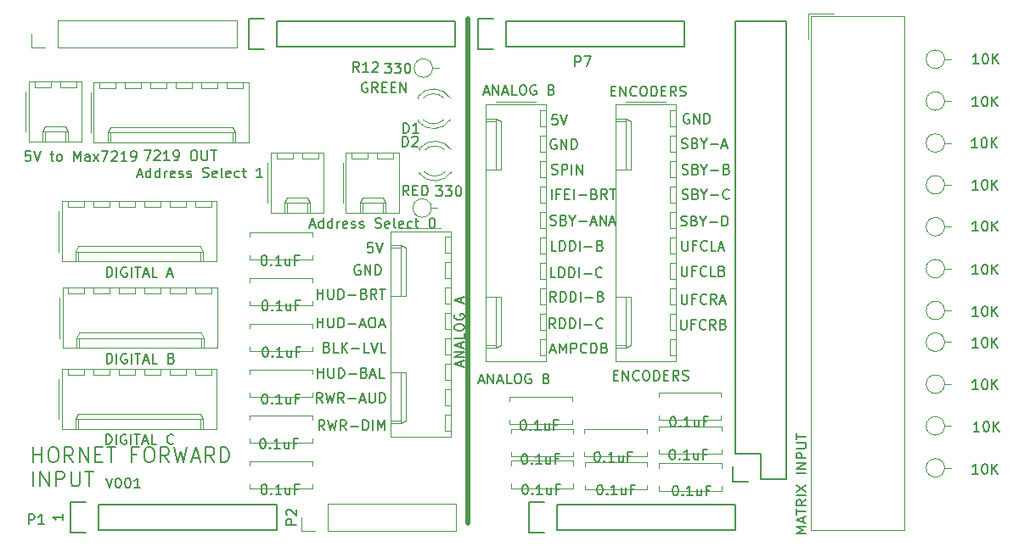
<source format=gbr>
G04 #@! TF.GenerationSoftware,KiCad,Pcbnew,(5.1.5-0-10_14)*
G04 #@! TF.CreationDate,2021-10-24T15:57:11+10:00*
G04 #@! TF.ProjectId,Hornet Forward Input Shield,486f726e-6574-4204-966f-727761726420,rev?*
G04 #@! TF.SameCoordinates,Original*
G04 #@! TF.FileFunction,Legend,Top*
G04 #@! TF.FilePolarity,Positive*
%FSLAX46Y46*%
G04 Gerber Fmt 4.6, Leading zero omitted, Abs format (unit mm)*
G04 Created by KiCad (PCBNEW (5.1.5-0-10_14)) date 2021-10-24 15:57:11*
%MOMM*%
%LPD*%
G04 APERTURE LIST*
%ADD10C,0.150000*%
%ADD11C,0.500000*%
%ADD12C,0.120000*%
G04 APERTURE END LIST*
D10*
X177643476Y-102465166D02*
X178119666Y-102465166D01*
X177548238Y-102750880D02*
X177881571Y-101750880D01*
X178214904Y-102750880D01*
X178548238Y-102750880D02*
X178548238Y-101750880D01*
X178881571Y-102465166D01*
X179214904Y-101750880D01*
X179214904Y-102750880D01*
X179691095Y-102750880D02*
X179691095Y-101750880D01*
X180072047Y-101750880D01*
X180167285Y-101798500D01*
X180214904Y-101846119D01*
X180262523Y-101941357D01*
X180262523Y-102084214D01*
X180214904Y-102179452D01*
X180167285Y-102227071D01*
X180072047Y-102274690D01*
X179691095Y-102274690D01*
X181262523Y-102655642D02*
X181214904Y-102703261D01*
X181072047Y-102750880D01*
X180976809Y-102750880D01*
X180833952Y-102703261D01*
X180738714Y-102608023D01*
X180691095Y-102512785D01*
X180643476Y-102322309D01*
X180643476Y-102179452D01*
X180691095Y-101988976D01*
X180738714Y-101893738D01*
X180833952Y-101798500D01*
X180976809Y-101750880D01*
X181072047Y-101750880D01*
X181214904Y-101798500D01*
X181262523Y-101846119D01*
X181691095Y-102750880D02*
X181691095Y-101750880D01*
X181929190Y-101750880D01*
X182072047Y-101798500D01*
X182167285Y-101893738D01*
X182214904Y-101988976D01*
X182262523Y-102179452D01*
X182262523Y-102322309D01*
X182214904Y-102512785D01*
X182167285Y-102608023D01*
X182072047Y-102703261D01*
X181929190Y-102750880D01*
X181691095Y-102750880D01*
X183024428Y-102227071D02*
X183167285Y-102274690D01*
X183214904Y-102322309D01*
X183262523Y-102417547D01*
X183262523Y-102560404D01*
X183214904Y-102655642D01*
X183167285Y-102703261D01*
X183072047Y-102750880D01*
X182691095Y-102750880D01*
X182691095Y-101750880D01*
X183024428Y-101750880D01*
X183119666Y-101798500D01*
X183167285Y-101846119D01*
X183214904Y-101941357D01*
X183214904Y-102036595D01*
X183167285Y-102131833D01*
X183119666Y-102179452D01*
X183024428Y-102227071D01*
X182691095Y-102227071D01*
X178199023Y-97607380D02*
X177865690Y-97131190D01*
X177627595Y-97607380D02*
X177627595Y-96607380D01*
X178008547Y-96607380D01*
X178103785Y-96655000D01*
X178151404Y-96702619D01*
X178199023Y-96797857D01*
X178199023Y-96940714D01*
X178151404Y-97035952D01*
X178103785Y-97083571D01*
X178008547Y-97131190D01*
X177627595Y-97131190D01*
X178627595Y-97607380D02*
X178627595Y-96607380D01*
X178865690Y-96607380D01*
X179008547Y-96655000D01*
X179103785Y-96750238D01*
X179151404Y-96845476D01*
X179199023Y-97035952D01*
X179199023Y-97178809D01*
X179151404Y-97369285D01*
X179103785Y-97464523D01*
X179008547Y-97559761D01*
X178865690Y-97607380D01*
X178627595Y-97607380D01*
X179627595Y-97607380D02*
X179627595Y-96607380D01*
X179865690Y-96607380D01*
X180008547Y-96655000D01*
X180103785Y-96750238D01*
X180151404Y-96845476D01*
X180199023Y-97035952D01*
X180199023Y-97178809D01*
X180151404Y-97369285D01*
X180103785Y-97464523D01*
X180008547Y-97559761D01*
X179865690Y-97607380D01*
X179627595Y-97607380D01*
X180627595Y-97607380D02*
X180627595Y-96607380D01*
X181103785Y-97226428D02*
X181865690Y-97226428D01*
X182675214Y-97083571D02*
X182818071Y-97131190D01*
X182865690Y-97178809D01*
X182913309Y-97274047D01*
X182913309Y-97416904D01*
X182865690Y-97512142D01*
X182818071Y-97559761D01*
X182722833Y-97607380D01*
X182341880Y-97607380D01*
X182341880Y-96607380D01*
X182675214Y-96607380D01*
X182770452Y-96655000D01*
X182818071Y-96702619D01*
X182865690Y-96797857D01*
X182865690Y-96893095D01*
X182818071Y-96988333D01*
X182770452Y-97035952D01*
X182675214Y-97083571D01*
X182341880Y-97083571D01*
X178135523Y-100274380D02*
X177802190Y-99798190D01*
X177564095Y-100274380D02*
X177564095Y-99274380D01*
X177945047Y-99274380D01*
X178040285Y-99322000D01*
X178087904Y-99369619D01*
X178135523Y-99464857D01*
X178135523Y-99607714D01*
X178087904Y-99702952D01*
X178040285Y-99750571D01*
X177945047Y-99798190D01*
X177564095Y-99798190D01*
X178564095Y-100274380D02*
X178564095Y-99274380D01*
X178802190Y-99274380D01*
X178945047Y-99322000D01*
X179040285Y-99417238D01*
X179087904Y-99512476D01*
X179135523Y-99702952D01*
X179135523Y-99845809D01*
X179087904Y-100036285D01*
X179040285Y-100131523D01*
X178945047Y-100226761D01*
X178802190Y-100274380D01*
X178564095Y-100274380D01*
X179564095Y-100274380D02*
X179564095Y-99274380D01*
X179802190Y-99274380D01*
X179945047Y-99322000D01*
X180040285Y-99417238D01*
X180087904Y-99512476D01*
X180135523Y-99702952D01*
X180135523Y-99845809D01*
X180087904Y-100036285D01*
X180040285Y-100131523D01*
X179945047Y-100226761D01*
X179802190Y-100274380D01*
X179564095Y-100274380D01*
X180564095Y-100274380D02*
X180564095Y-99274380D01*
X181040285Y-99893428D02*
X181802190Y-99893428D01*
X182849809Y-100179142D02*
X182802190Y-100226761D01*
X182659333Y-100274380D01*
X182564095Y-100274380D01*
X182421238Y-100226761D01*
X182326000Y-100131523D01*
X182278380Y-100036285D01*
X182230761Y-99845809D01*
X182230761Y-99702952D01*
X182278380Y-99512476D01*
X182326000Y-99417238D01*
X182421238Y-99322000D01*
X182564095Y-99274380D01*
X182659333Y-99274380D01*
X182802190Y-99322000D01*
X182849809Y-99369619D01*
X178167285Y-95194380D02*
X177691095Y-95194380D01*
X177691095Y-94194380D01*
X178500619Y-95194380D02*
X178500619Y-94194380D01*
X178738714Y-94194380D01*
X178881571Y-94242000D01*
X178976809Y-94337238D01*
X179024428Y-94432476D01*
X179072047Y-94622952D01*
X179072047Y-94765809D01*
X179024428Y-94956285D01*
X178976809Y-95051523D01*
X178881571Y-95146761D01*
X178738714Y-95194380D01*
X178500619Y-95194380D01*
X179500619Y-95194380D02*
X179500619Y-94194380D01*
X179738714Y-94194380D01*
X179881571Y-94242000D01*
X179976809Y-94337238D01*
X180024428Y-94432476D01*
X180072047Y-94622952D01*
X180072047Y-94765809D01*
X180024428Y-94956285D01*
X179976809Y-95051523D01*
X179881571Y-95146761D01*
X179738714Y-95194380D01*
X179500619Y-95194380D01*
X180500619Y-95194380D02*
X180500619Y-94194380D01*
X180976809Y-94813428D02*
X181738714Y-94813428D01*
X182786333Y-95099142D02*
X182738714Y-95146761D01*
X182595857Y-95194380D01*
X182500619Y-95194380D01*
X182357761Y-95146761D01*
X182262523Y-95051523D01*
X182214904Y-94956285D01*
X182167285Y-94765809D01*
X182167285Y-94622952D01*
X182214904Y-94432476D01*
X182262523Y-94337238D01*
X182357761Y-94242000D01*
X182500619Y-94194380D01*
X182595857Y-94194380D01*
X182738714Y-94242000D01*
X182786333Y-94289619D01*
X178230785Y-92527380D02*
X177754595Y-92527380D01*
X177754595Y-91527380D01*
X178564119Y-92527380D02*
X178564119Y-91527380D01*
X178802214Y-91527380D01*
X178945071Y-91575000D01*
X179040309Y-91670238D01*
X179087928Y-91765476D01*
X179135547Y-91955952D01*
X179135547Y-92098809D01*
X179087928Y-92289285D01*
X179040309Y-92384523D01*
X178945071Y-92479761D01*
X178802214Y-92527380D01*
X178564119Y-92527380D01*
X179564119Y-92527380D02*
X179564119Y-91527380D01*
X179802214Y-91527380D01*
X179945071Y-91575000D01*
X180040309Y-91670238D01*
X180087928Y-91765476D01*
X180135547Y-91955952D01*
X180135547Y-92098809D01*
X180087928Y-92289285D01*
X180040309Y-92384523D01*
X179945071Y-92479761D01*
X179802214Y-92527380D01*
X179564119Y-92527380D01*
X180564119Y-92527380D02*
X180564119Y-91527380D01*
X181040309Y-92146428D02*
X181802214Y-92146428D01*
X182611738Y-92003571D02*
X182754595Y-92051190D01*
X182802214Y-92098809D01*
X182849833Y-92194047D01*
X182849833Y-92336904D01*
X182802214Y-92432142D01*
X182754595Y-92479761D01*
X182659357Y-92527380D01*
X182278404Y-92527380D01*
X182278404Y-91527380D01*
X182611738Y-91527380D01*
X182706976Y-91575000D01*
X182754595Y-91622619D01*
X182802214Y-91717857D01*
X182802214Y-91813095D01*
X182754595Y-91908333D01*
X182706976Y-91955952D01*
X182611738Y-92003571D01*
X182278404Y-92003571D01*
X177643476Y-89939761D02*
X177786333Y-89987380D01*
X178024428Y-89987380D01*
X178119666Y-89939761D01*
X178167285Y-89892142D01*
X178214904Y-89796904D01*
X178214904Y-89701666D01*
X178167285Y-89606428D01*
X178119666Y-89558809D01*
X178024428Y-89511190D01*
X177833952Y-89463571D01*
X177738714Y-89415952D01*
X177691095Y-89368333D01*
X177643476Y-89273095D01*
X177643476Y-89177857D01*
X177691095Y-89082619D01*
X177738714Y-89035000D01*
X177833952Y-88987380D01*
X178072047Y-88987380D01*
X178214904Y-89035000D01*
X178976809Y-89463571D02*
X179119666Y-89511190D01*
X179167285Y-89558809D01*
X179214904Y-89654047D01*
X179214904Y-89796904D01*
X179167285Y-89892142D01*
X179119666Y-89939761D01*
X179024428Y-89987380D01*
X178643476Y-89987380D01*
X178643476Y-88987380D01*
X178976809Y-88987380D01*
X179072047Y-89035000D01*
X179119666Y-89082619D01*
X179167285Y-89177857D01*
X179167285Y-89273095D01*
X179119666Y-89368333D01*
X179072047Y-89415952D01*
X178976809Y-89463571D01*
X178643476Y-89463571D01*
X179833952Y-89511190D02*
X179833952Y-89987380D01*
X179500619Y-88987380D02*
X179833952Y-89511190D01*
X180167285Y-88987380D01*
X180500619Y-89606428D02*
X181262523Y-89606428D01*
X181691095Y-89701666D02*
X182167285Y-89701666D01*
X181595857Y-89987380D02*
X181929190Y-88987380D01*
X182262523Y-89987380D01*
X182595857Y-89987380D02*
X182595857Y-88987380D01*
X183167285Y-89987380D01*
X183167285Y-88987380D01*
X183595857Y-89701666D02*
X184072047Y-89701666D01*
X183500619Y-89987380D02*
X183833952Y-88987380D01*
X184167285Y-89987380D01*
X177754595Y-87383880D02*
X177754595Y-86383880D01*
X178564119Y-86860071D02*
X178230785Y-86860071D01*
X178230785Y-87383880D02*
X178230785Y-86383880D01*
X178706976Y-86383880D01*
X179087928Y-86860071D02*
X179421261Y-86860071D01*
X179564119Y-87383880D02*
X179087928Y-87383880D01*
X179087928Y-86383880D01*
X179564119Y-86383880D01*
X179992690Y-87383880D02*
X179992690Y-86383880D01*
X180468880Y-87002928D02*
X181230785Y-87002928D01*
X182040309Y-86860071D02*
X182183166Y-86907690D01*
X182230785Y-86955309D01*
X182278404Y-87050547D01*
X182278404Y-87193404D01*
X182230785Y-87288642D01*
X182183166Y-87336261D01*
X182087928Y-87383880D01*
X181706976Y-87383880D01*
X181706976Y-86383880D01*
X182040309Y-86383880D01*
X182135547Y-86431500D01*
X182183166Y-86479119D01*
X182230785Y-86574357D01*
X182230785Y-86669595D01*
X182183166Y-86764833D01*
X182135547Y-86812452D01*
X182040309Y-86860071D01*
X181706976Y-86860071D01*
X183278404Y-87383880D02*
X182945071Y-86907690D01*
X182706976Y-87383880D02*
X182706976Y-86383880D01*
X183087928Y-86383880D01*
X183183166Y-86431500D01*
X183230785Y-86479119D01*
X183278404Y-86574357D01*
X183278404Y-86717214D01*
X183230785Y-86812452D01*
X183183166Y-86860071D01*
X183087928Y-86907690D01*
X182706976Y-86907690D01*
X183564119Y-86383880D02*
X184135547Y-86383880D01*
X183849833Y-87383880D02*
X183849833Y-86383880D01*
X177770476Y-84859761D02*
X177913333Y-84907380D01*
X178151428Y-84907380D01*
X178246666Y-84859761D01*
X178294285Y-84812142D01*
X178341904Y-84716904D01*
X178341904Y-84621666D01*
X178294285Y-84526428D01*
X178246666Y-84478809D01*
X178151428Y-84431190D01*
X177960952Y-84383571D01*
X177865714Y-84335952D01*
X177818095Y-84288333D01*
X177770476Y-84193095D01*
X177770476Y-84097857D01*
X177818095Y-84002619D01*
X177865714Y-83955000D01*
X177960952Y-83907380D01*
X178199047Y-83907380D01*
X178341904Y-83955000D01*
X178770476Y-84907380D02*
X178770476Y-83907380D01*
X179151428Y-83907380D01*
X179246666Y-83955000D01*
X179294285Y-84002619D01*
X179341904Y-84097857D01*
X179341904Y-84240714D01*
X179294285Y-84335952D01*
X179246666Y-84383571D01*
X179151428Y-84431190D01*
X178770476Y-84431190D01*
X179770476Y-84907380D02*
X179770476Y-83907380D01*
X180246666Y-84907380D02*
X180246666Y-83907380D01*
X180818095Y-84907380D01*
X180818095Y-83907380D01*
X178210785Y-81415000D02*
X178115547Y-81367380D01*
X177972690Y-81367380D01*
X177829833Y-81415000D01*
X177734595Y-81510238D01*
X177686976Y-81605476D01*
X177639357Y-81795952D01*
X177639357Y-81938809D01*
X177686976Y-82129285D01*
X177734595Y-82224523D01*
X177829833Y-82319761D01*
X177972690Y-82367380D01*
X178067928Y-82367380D01*
X178210785Y-82319761D01*
X178258404Y-82272142D01*
X178258404Y-81938809D01*
X178067928Y-81938809D01*
X178686976Y-82367380D02*
X178686976Y-81367380D01*
X179258404Y-82367380D01*
X179258404Y-81367380D01*
X179734595Y-82367380D02*
X179734595Y-81367380D01*
X179972690Y-81367380D01*
X180115547Y-81415000D01*
X180210785Y-81510238D01*
X180258404Y-81605476D01*
X180306023Y-81795952D01*
X180306023Y-81938809D01*
X180258404Y-82129285D01*
X180210785Y-82224523D01*
X180115547Y-82319761D01*
X179972690Y-82367380D01*
X179734595Y-82367380D01*
X178321761Y-78954380D02*
X177845571Y-78954380D01*
X177797952Y-79430571D01*
X177845571Y-79382952D01*
X177940809Y-79335333D01*
X178178904Y-79335333D01*
X178274142Y-79382952D01*
X178321761Y-79430571D01*
X178369380Y-79525809D01*
X178369380Y-79763904D01*
X178321761Y-79859142D01*
X178274142Y-79906761D01*
X178178904Y-79954380D01*
X177940809Y-79954380D01*
X177845571Y-79906761D01*
X177797952Y-79859142D01*
X178655095Y-78954380D02*
X178988428Y-79954380D01*
X179321761Y-78954380D01*
X190708595Y-96861380D02*
X190708595Y-97670904D01*
X190756214Y-97766142D01*
X190803833Y-97813761D01*
X190899071Y-97861380D01*
X191089547Y-97861380D01*
X191184785Y-97813761D01*
X191232404Y-97766142D01*
X191280023Y-97670904D01*
X191280023Y-96861380D01*
X192089547Y-97337571D02*
X191756214Y-97337571D01*
X191756214Y-97861380D02*
X191756214Y-96861380D01*
X192232404Y-96861380D01*
X193184785Y-97766142D02*
X193137166Y-97813761D01*
X192994309Y-97861380D01*
X192899071Y-97861380D01*
X192756214Y-97813761D01*
X192660976Y-97718523D01*
X192613357Y-97623285D01*
X192565738Y-97432809D01*
X192565738Y-97289952D01*
X192613357Y-97099476D01*
X192660976Y-97004238D01*
X192756214Y-96909000D01*
X192899071Y-96861380D01*
X192994309Y-96861380D01*
X193137166Y-96909000D01*
X193184785Y-96956619D01*
X194184785Y-97861380D02*
X193851452Y-97385190D01*
X193613357Y-97861380D02*
X193613357Y-96861380D01*
X193994309Y-96861380D01*
X194089547Y-96909000D01*
X194137166Y-96956619D01*
X194184785Y-97051857D01*
X194184785Y-97194714D01*
X194137166Y-97289952D01*
X194089547Y-97337571D01*
X193994309Y-97385190D01*
X193613357Y-97385190D01*
X194565738Y-97575666D02*
X195041928Y-97575666D01*
X194470500Y-97861380D02*
X194803833Y-96861380D01*
X195137166Y-97861380D01*
X190645095Y-99401380D02*
X190645095Y-100210904D01*
X190692714Y-100306142D01*
X190740333Y-100353761D01*
X190835571Y-100401380D01*
X191026047Y-100401380D01*
X191121285Y-100353761D01*
X191168904Y-100306142D01*
X191216523Y-100210904D01*
X191216523Y-99401380D01*
X192026047Y-99877571D02*
X191692714Y-99877571D01*
X191692714Y-100401380D02*
X191692714Y-99401380D01*
X192168904Y-99401380D01*
X193121285Y-100306142D02*
X193073666Y-100353761D01*
X192930809Y-100401380D01*
X192835571Y-100401380D01*
X192692714Y-100353761D01*
X192597476Y-100258523D01*
X192549857Y-100163285D01*
X192502238Y-99972809D01*
X192502238Y-99829952D01*
X192549857Y-99639476D01*
X192597476Y-99544238D01*
X192692714Y-99449000D01*
X192835571Y-99401380D01*
X192930809Y-99401380D01*
X193073666Y-99449000D01*
X193121285Y-99496619D01*
X194121285Y-100401380D02*
X193787952Y-99925190D01*
X193549857Y-100401380D02*
X193549857Y-99401380D01*
X193930809Y-99401380D01*
X194026047Y-99449000D01*
X194073666Y-99496619D01*
X194121285Y-99591857D01*
X194121285Y-99734714D01*
X194073666Y-99829952D01*
X194026047Y-99877571D01*
X193930809Y-99925190D01*
X193549857Y-99925190D01*
X194883190Y-99877571D02*
X195026047Y-99925190D01*
X195073666Y-99972809D01*
X195121285Y-100068047D01*
X195121285Y-100210904D01*
X195073666Y-100306142D01*
X195026047Y-100353761D01*
X194930809Y-100401380D01*
X194549857Y-100401380D01*
X194549857Y-99401380D01*
X194883190Y-99401380D01*
X194978428Y-99449000D01*
X195026047Y-99496619D01*
X195073666Y-99591857D01*
X195073666Y-99687095D01*
X195026047Y-99782333D01*
X194978428Y-99829952D01*
X194883190Y-99877571D01*
X194549857Y-99877571D01*
X190708595Y-94067380D02*
X190708595Y-94876904D01*
X190756214Y-94972142D01*
X190803833Y-95019761D01*
X190899071Y-95067380D01*
X191089547Y-95067380D01*
X191184785Y-95019761D01*
X191232404Y-94972142D01*
X191280023Y-94876904D01*
X191280023Y-94067380D01*
X192089547Y-94543571D02*
X191756214Y-94543571D01*
X191756214Y-95067380D02*
X191756214Y-94067380D01*
X192232404Y-94067380D01*
X193184785Y-94972142D02*
X193137166Y-95019761D01*
X192994309Y-95067380D01*
X192899071Y-95067380D01*
X192756214Y-95019761D01*
X192660976Y-94924523D01*
X192613357Y-94829285D01*
X192565738Y-94638809D01*
X192565738Y-94495952D01*
X192613357Y-94305476D01*
X192660976Y-94210238D01*
X192756214Y-94115000D01*
X192899071Y-94067380D01*
X192994309Y-94067380D01*
X193137166Y-94115000D01*
X193184785Y-94162619D01*
X194089547Y-95067380D02*
X193613357Y-95067380D01*
X193613357Y-94067380D01*
X194756214Y-94543571D02*
X194899071Y-94591190D01*
X194946690Y-94638809D01*
X194994309Y-94734047D01*
X194994309Y-94876904D01*
X194946690Y-94972142D01*
X194899071Y-95019761D01*
X194803833Y-95067380D01*
X194422880Y-95067380D01*
X194422880Y-94067380D01*
X194756214Y-94067380D01*
X194851452Y-94115000D01*
X194899071Y-94162619D01*
X194946690Y-94257857D01*
X194946690Y-94353095D01*
X194899071Y-94448333D01*
X194851452Y-94495952D01*
X194756214Y-94543571D01*
X194422880Y-94543571D01*
X190772095Y-91527380D02*
X190772095Y-92336904D01*
X190819714Y-92432142D01*
X190867333Y-92479761D01*
X190962571Y-92527380D01*
X191153047Y-92527380D01*
X191248285Y-92479761D01*
X191295904Y-92432142D01*
X191343523Y-92336904D01*
X191343523Y-91527380D01*
X192153047Y-92003571D02*
X191819714Y-92003571D01*
X191819714Y-92527380D02*
X191819714Y-91527380D01*
X192295904Y-91527380D01*
X193248285Y-92432142D02*
X193200666Y-92479761D01*
X193057809Y-92527380D01*
X192962571Y-92527380D01*
X192819714Y-92479761D01*
X192724476Y-92384523D01*
X192676857Y-92289285D01*
X192629238Y-92098809D01*
X192629238Y-91955952D01*
X192676857Y-91765476D01*
X192724476Y-91670238D01*
X192819714Y-91575000D01*
X192962571Y-91527380D01*
X193057809Y-91527380D01*
X193200666Y-91575000D01*
X193248285Y-91622619D01*
X194153047Y-92527380D02*
X193676857Y-92527380D01*
X193676857Y-91527380D01*
X194438761Y-92241666D02*
X194914952Y-92241666D01*
X194343523Y-92527380D02*
X194676857Y-91527380D01*
X195010190Y-92527380D01*
X190660976Y-90003261D02*
X190803833Y-90050880D01*
X191041928Y-90050880D01*
X191137166Y-90003261D01*
X191184785Y-89955642D01*
X191232404Y-89860404D01*
X191232404Y-89765166D01*
X191184785Y-89669928D01*
X191137166Y-89622309D01*
X191041928Y-89574690D01*
X190851452Y-89527071D01*
X190756214Y-89479452D01*
X190708595Y-89431833D01*
X190660976Y-89336595D01*
X190660976Y-89241357D01*
X190708595Y-89146119D01*
X190756214Y-89098500D01*
X190851452Y-89050880D01*
X191089547Y-89050880D01*
X191232404Y-89098500D01*
X191994309Y-89527071D02*
X192137166Y-89574690D01*
X192184785Y-89622309D01*
X192232404Y-89717547D01*
X192232404Y-89860404D01*
X192184785Y-89955642D01*
X192137166Y-90003261D01*
X192041928Y-90050880D01*
X191660976Y-90050880D01*
X191660976Y-89050880D01*
X191994309Y-89050880D01*
X192089547Y-89098500D01*
X192137166Y-89146119D01*
X192184785Y-89241357D01*
X192184785Y-89336595D01*
X192137166Y-89431833D01*
X192089547Y-89479452D01*
X191994309Y-89527071D01*
X191660976Y-89527071D01*
X192851452Y-89574690D02*
X192851452Y-90050880D01*
X192518119Y-89050880D02*
X192851452Y-89574690D01*
X193184785Y-89050880D01*
X193518119Y-89669928D02*
X194280023Y-89669928D01*
X194756214Y-90050880D02*
X194756214Y-89050880D01*
X194994309Y-89050880D01*
X195137166Y-89098500D01*
X195232404Y-89193738D01*
X195280023Y-89288976D01*
X195327642Y-89479452D01*
X195327642Y-89622309D01*
X195280023Y-89812785D01*
X195232404Y-89908023D01*
X195137166Y-90003261D01*
X194994309Y-90050880D01*
X194756214Y-90050880D01*
X190787976Y-87336261D02*
X190930833Y-87383880D01*
X191168928Y-87383880D01*
X191264166Y-87336261D01*
X191311785Y-87288642D01*
X191359404Y-87193404D01*
X191359404Y-87098166D01*
X191311785Y-87002928D01*
X191264166Y-86955309D01*
X191168928Y-86907690D01*
X190978452Y-86860071D01*
X190883214Y-86812452D01*
X190835595Y-86764833D01*
X190787976Y-86669595D01*
X190787976Y-86574357D01*
X190835595Y-86479119D01*
X190883214Y-86431500D01*
X190978452Y-86383880D01*
X191216547Y-86383880D01*
X191359404Y-86431500D01*
X192121309Y-86860071D02*
X192264166Y-86907690D01*
X192311785Y-86955309D01*
X192359404Y-87050547D01*
X192359404Y-87193404D01*
X192311785Y-87288642D01*
X192264166Y-87336261D01*
X192168928Y-87383880D01*
X191787976Y-87383880D01*
X191787976Y-86383880D01*
X192121309Y-86383880D01*
X192216547Y-86431500D01*
X192264166Y-86479119D01*
X192311785Y-86574357D01*
X192311785Y-86669595D01*
X192264166Y-86764833D01*
X192216547Y-86812452D01*
X192121309Y-86860071D01*
X191787976Y-86860071D01*
X192978452Y-86907690D02*
X192978452Y-87383880D01*
X192645119Y-86383880D02*
X192978452Y-86907690D01*
X193311785Y-86383880D01*
X193645119Y-87002928D02*
X194407023Y-87002928D01*
X195454642Y-87288642D02*
X195407023Y-87336261D01*
X195264166Y-87383880D01*
X195168928Y-87383880D01*
X195026071Y-87336261D01*
X194930833Y-87241023D01*
X194883214Y-87145785D01*
X194835595Y-86955309D01*
X194835595Y-86812452D01*
X194883214Y-86621976D01*
X194930833Y-86526738D01*
X195026071Y-86431500D01*
X195168928Y-86383880D01*
X195264166Y-86383880D01*
X195407023Y-86431500D01*
X195454642Y-86479119D01*
X190787976Y-84859761D02*
X190930833Y-84907380D01*
X191168928Y-84907380D01*
X191264166Y-84859761D01*
X191311785Y-84812142D01*
X191359404Y-84716904D01*
X191359404Y-84621666D01*
X191311785Y-84526428D01*
X191264166Y-84478809D01*
X191168928Y-84431190D01*
X190978452Y-84383571D01*
X190883214Y-84335952D01*
X190835595Y-84288333D01*
X190787976Y-84193095D01*
X190787976Y-84097857D01*
X190835595Y-84002619D01*
X190883214Y-83955000D01*
X190978452Y-83907380D01*
X191216547Y-83907380D01*
X191359404Y-83955000D01*
X192121309Y-84383571D02*
X192264166Y-84431190D01*
X192311785Y-84478809D01*
X192359404Y-84574047D01*
X192359404Y-84716904D01*
X192311785Y-84812142D01*
X192264166Y-84859761D01*
X192168928Y-84907380D01*
X191787976Y-84907380D01*
X191787976Y-83907380D01*
X192121309Y-83907380D01*
X192216547Y-83955000D01*
X192264166Y-84002619D01*
X192311785Y-84097857D01*
X192311785Y-84193095D01*
X192264166Y-84288333D01*
X192216547Y-84335952D01*
X192121309Y-84383571D01*
X191787976Y-84383571D01*
X192978452Y-84431190D02*
X192978452Y-84907380D01*
X192645119Y-83907380D02*
X192978452Y-84431190D01*
X193311785Y-83907380D01*
X193645119Y-84526428D02*
X194407023Y-84526428D01*
X195216547Y-84383571D02*
X195359404Y-84431190D01*
X195407023Y-84478809D01*
X195454642Y-84574047D01*
X195454642Y-84716904D01*
X195407023Y-84812142D01*
X195359404Y-84859761D01*
X195264166Y-84907380D01*
X194883214Y-84907380D01*
X194883214Y-83907380D01*
X195216547Y-83907380D01*
X195311785Y-83955000D01*
X195359404Y-84002619D01*
X195407023Y-84097857D01*
X195407023Y-84193095D01*
X195359404Y-84288333D01*
X195311785Y-84335952D01*
X195216547Y-84383571D01*
X194883214Y-84383571D01*
X190724476Y-82256261D02*
X190867333Y-82303880D01*
X191105428Y-82303880D01*
X191200666Y-82256261D01*
X191248285Y-82208642D01*
X191295904Y-82113404D01*
X191295904Y-82018166D01*
X191248285Y-81922928D01*
X191200666Y-81875309D01*
X191105428Y-81827690D01*
X190914952Y-81780071D01*
X190819714Y-81732452D01*
X190772095Y-81684833D01*
X190724476Y-81589595D01*
X190724476Y-81494357D01*
X190772095Y-81399119D01*
X190819714Y-81351500D01*
X190914952Y-81303880D01*
X191153047Y-81303880D01*
X191295904Y-81351500D01*
X192057809Y-81780071D02*
X192200666Y-81827690D01*
X192248285Y-81875309D01*
X192295904Y-81970547D01*
X192295904Y-82113404D01*
X192248285Y-82208642D01*
X192200666Y-82256261D01*
X192105428Y-82303880D01*
X191724476Y-82303880D01*
X191724476Y-81303880D01*
X192057809Y-81303880D01*
X192153047Y-81351500D01*
X192200666Y-81399119D01*
X192248285Y-81494357D01*
X192248285Y-81589595D01*
X192200666Y-81684833D01*
X192153047Y-81732452D01*
X192057809Y-81780071D01*
X191724476Y-81780071D01*
X192914952Y-81827690D02*
X192914952Y-82303880D01*
X192581619Y-81303880D02*
X192914952Y-81827690D01*
X193248285Y-81303880D01*
X193581619Y-81922928D02*
X194343523Y-81922928D01*
X194772095Y-82018166D02*
X195248285Y-82018166D01*
X194676857Y-82303880D02*
X195010190Y-81303880D01*
X195343523Y-82303880D01*
X155129023Y-110434380D02*
X154795690Y-109958190D01*
X154557595Y-110434380D02*
X154557595Y-109434380D01*
X154938547Y-109434380D01*
X155033785Y-109482000D01*
X155081404Y-109529619D01*
X155129023Y-109624857D01*
X155129023Y-109767714D01*
X155081404Y-109862952D01*
X155033785Y-109910571D01*
X154938547Y-109958190D01*
X154557595Y-109958190D01*
X155462357Y-109434380D02*
X155700452Y-110434380D01*
X155890928Y-109720095D01*
X156081404Y-110434380D01*
X156319500Y-109434380D01*
X157271880Y-110434380D02*
X156938547Y-109958190D01*
X156700452Y-110434380D02*
X156700452Y-109434380D01*
X157081404Y-109434380D01*
X157176642Y-109482000D01*
X157224261Y-109529619D01*
X157271880Y-109624857D01*
X157271880Y-109767714D01*
X157224261Y-109862952D01*
X157176642Y-109910571D01*
X157081404Y-109958190D01*
X156700452Y-109958190D01*
X157700452Y-110053428D02*
X158462357Y-110053428D01*
X158938547Y-110434380D02*
X158938547Y-109434380D01*
X159176642Y-109434380D01*
X159319500Y-109482000D01*
X159414738Y-109577238D01*
X159462357Y-109672476D01*
X159509976Y-109862952D01*
X159509976Y-110005809D01*
X159462357Y-110196285D01*
X159414738Y-110291523D01*
X159319500Y-110386761D01*
X159176642Y-110434380D01*
X158938547Y-110434380D01*
X159938547Y-110434380D02*
X159938547Y-109434380D01*
X160414738Y-110434380D02*
X160414738Y-109434380D01*
X160748071Y-110148666D01*
X161081404Y-109434380D01*
X161081404Y-110434380D01*
X154430595Y-105227380D02*
X154430595Y-104227380D01*
X154430595Y-104703571D02*
X155002023Y-104703571D01*
X155002023Y-105227380D02*
X155002023Y-104227380D01*
X155478214Y-104227380D02*
X155478214Y-105036904D01*
X155525833Y-105132142D01*
X155573452Y-105179761D01*
X155668690Y-105227380D01*
X155859166Y-105227380D01*
X155954404Y-105179761D01*
X156002023Y-105132142D01*
X156049642Y-105036904D01*
X156049642Y-104227380D01*
X156525833Y-105227380D02*
X156525833Y-104227380D01*
X156763928Y-104227380D01*
X156906785Y-104275000D01*
X157002023Y-104370238D01*
X157049642Y-104465476D01*
X157097261Y-104655952D01*
X157097261Y-104798809D01*
X157049642Y-104989285D01*
X157002023Y-105084523D01*
X156906785Y-105179761D01*
X156763928Y-105227380D01*
X156525833Y-105227380D01*
X157525833Y-104846428D02*
X158287738Y-104846428D01*
X159097261Y-104703571D02*
X159240119Y-104751190D01*
X159287738Y-104798809D01*
X159335357Y-104894047D01*
X159335357Y-105036904D01*
X159287738Y-105132142D01*
X159240119Y-105179761D01*
X159144880Y-105227380D01*
X158763928Y-105227380D01*
X158763928Y-104227380D01*
X159097261Y-104227380D01*
X159192500Y-104275000D01*
X159240119Y-104322619D01*
X159287738Y-104417857D01*
X159287738Y-104513095D01*
X159240119Y-104608333D01*
X159192500Y-104655952D01*
X159097261Y-104703571D01*
X158763928Y-104703571D01*
X159716309Y-104941666D02*
X160192500Y-104941666D01*
X159621071Y-105227380D02*
X159954404Y-104227380D01*
X160287738Y-105227380D01*
X161097261Y-105227380D02*
X160621071Y-105227380D01*
X160621071Y-104227380D01*
X154906809Y-107703880D02*
X154573476Y-107227690D01*
X154335380Y-107703880D02*
X154335380Y-106703880D01*
X154716333Y-106703880D01*
X154811571Y-106751500D01*
X154859190Y-106799119D01*
X154906809Y-106894357D01*
X154906809Y-107037214D01*
X154859190Y-107132452D01*
X154811571Y-107180071D01*
X154716333Y-107227690D01*
X154335380Y-107227690D01*
X155240142Y-106703880D02*
X155478238Y-107703880D01*
X155668714Y-106989595D01*
X155859190Y-107703880D01*
X156097285Y-106703880D01*
X157049666Y-107703880D02*
X156716333Y-107227690D01*
X156478238Y-107703880D02*
X156478238Y-106703880D01*
X156859190Y-106703880D01*
X156954428Y-106751500D01*
X157002047Y-106799119D01*
X157049666Y-106894357D01*
X157049666Y-107037214D01*
X157002047Y-107132452D01*
X156954428Y-107180071D01*
X156859190Y-107227690D01*
X156478238Y-107227690D01*
X157478238Y-107322928D02*
X158240142Y-107322928D01*
X158668714Y-107418166D02*
X159144904Y-107418166D01*
X158573476Y-107703880D02*
X158906809Y-106703880D01*
X159240142Y-107703880D01*
X159573476Y-106703880D02*
X159573476Y-107513404D01*
X159621095Y-107608642D01*
X159668714Y-107656261D01*
X159763952Y-107703880D01*
X159954428Y-107703880D01*
X160049666Y-107656261D01*
X160097285Y-107608642D01*
X160144904Y-107513404D01*
X160144904Y-106703880D01*
X160621095Y-107703880D02*
X160621095Y-106703880D01*
X160859190Y-106703880D01*
X161002047Y-106751500D01*
X161097285Y-106846738D01*
X161144904Y-106941976D01*
X161192523Y-107132452D01*
X161192523Y-107275309D01*
X161144904Y-107465785D01*
X161097285Y-107561023D01*
X161002047Y-107656261D01*
X160859190Y-107703880D01*
X160621095Y-107703880D01*
X155367119Y-102163571D02*
X155509976Y-102211190D01*
X155557595Y-102258809D01*
X155605214Y-102354047D01*
X155605214Y-102496904D01*
X155557595Y-102592142D01*
X155509976Y-102639761D01*
X155414738Y-102687380D01*
X155033785Y-102687380D01*
X155033785Y-101687380D01*
X155367119Y-101687380D01*
X155462357Y-101735000D01*
X155509976Y-101782619D01*
X155557595Y-101877857D01*
X155557595Y-101973095D01*
X155509976Y-102068333D01*
X155462357Y-102115952D01*
X155367119Y-102163571D01*
X155033785Y-102163571D01*
X156509976Y-102687380D02*
X156033785Y-102687380D01*
X156033785Y-101687380D01*
X156843309Y-102687380D02*
X156843309Y-101687380D01*
X157414738Y-102687380D02*
X156986166Y-102115952D01*
X157414738Y-101687380D02*
X156843309Y-102258809D01*
X157843309Y-102306428D02*
X158605214Y-102306428D01*
X159557595Y-102687380D02*
X159081404Y-102687380D01*
X159081404Y-101687380D01*
X159748071Y-101687380D02*
X160081404Y-102687380D01*
X160414738Y-101687380D01*
X161224261Y-102687380D02*
X160748071Y-102687380D01*
X160748071Y-101687380D01*
X154398857Y-100210880D02*
X154398857Y-99210880D01*
X154398857Y-99687071D02*
X154970285Y-99687071D01*
X154970285Y-100210880D02*
X154970285Y-99210880D01*
X155446476Y-99210880D02*
X155446476Y-100020404D01*
X155494095Y-100115642D01*
X155541714Y-100163261D01*
X155636952Y-100210880D01*
X155827428Y-100210880D01*
X155922666Y-100163261D01*
X155970285Y-100115642D01*
X156017904Y-100020404D01*
X156017904Y-99210880D01*
X156494095Y-100210880D02*
X156494095Y-99210880D01*
X156732190Y-99210880D01*
X156875047Y-99258500D01*
X156970285Y-99353738D01*
X157017904Y-99448976D01*
X157065523Y-99639452D01*
X157065523Y-99782309D01*
X157017904Y-99972785D01*
X156970285Y-100068023D01*
X156875047Y-100163261D01*
X156732190Y-100210880D01*
X156494095Y-100210880D01*
X157494095Y-99829928D02*
X158256000Y-99829928D01*
X158684571Y-99925166D02*
X159160761Y-99925166D01*
X158589333Y-100210880D02*
X158922666Y-99210880D01*
X159256000Y-100210880D01*
X159779809Y-99210880D02*
X159970285Y-99210880D01*
X160065523Y-99258500D01*
X160160761Y-99353738D01*
X160208380Y-99544214D01*
X160208380Y-99877547D01*
X160160761Y-100068023D01*
X160065523Y-100163261D01*
X159970285Y-100210880D01*
X159779809Y-100210880D01*
X159684571Y-100163261D01*
X159589333Y-100068023D01*
X159541714Y-99877547D01*
X159541714Y-99544214D01*
X159589333Y-99353738D01*
X159684571Y-99258500D01*
X159779809Y-99210880D01*
X160589333Y-99925166D02*
X161065523Y-99925166D01*
X160494095Y-100210880D02*
X160827428Y-99210880D01*
X161160761Y-100210880D01*
X154398857Y-97353380D02*
X154398857Y-96353380D01*
X154398857Y-96829571D02*
X154970285Y-96829571D01*
X154970285Y-97353380D02*
X154970285Y-96353380D01*
X155446476Y-96353380D02*
X155446476Y-97162904D01*
X155494095Y-97258142D01*
X155541714Y-97305761D01*
X155636952Y-97353380D01*
X155827428Y-97353380D01*
X155922666Y-97305761D01*
X155970285Y-97258142D01*
X156017904Y-97162904D01*
X156017904Y-96353380D01*
X156494095Y-97353380D02*
X156494095Y-96353380D01*
X156732190Y-96353380D01*
X156875047Y-96401000D01*
X156970285Y-96496238D01*
X157017904Y-96591476D01*
X157065523Y-96781952D01*
X157065523Y-96924809D01*
X157017904Y-97115285D01*
X156970285Y-97210523D01*
X156875047Y-97305761D01*
X156732190Y-97353380D01*
X156494095Y-97353380D01*
X157494095Y-96972428D02*
X158256000Y-96972428D01*
X159065523Y-96829571D02*
X159208380Y-96877190D01*
X159256000Y-96924809D01*
X159303619Y-97020047D01*
X159303619Y-97162904D01*
X159256000Y-97258142D01*
X159208380Y-97305761D01*
X159113142Y-97353380D01*
X158732190Y-97353380D01*
X158732190Y-96353380D01*
X159065523Y-96353380D01*
X159160761Y-96401000D01*
X159208380Y-96448619D01*
X159256000Y-96543857D01*
X159256000Y-96639095D01*
X159208380Y-96734333D01*
X159160761Y-96781952D01*
X159065523Y-96829571D01*
X158732190Y-96829571D01*
X160303619Y-97353380D02*
X159970285Y-96877190D01*
X159732190Y-97353380D02*
X159732190Y-96353380D01*
X160113142Y-96353380D01*
X160208380Y-96401000D01*
X160256000Y-96448619D01*
X160303619Y-96543857D01*
X160303619Y-96686714D01*
X160256000Y-96781952D01*
X160208380Y-96829571D01*
X160113142Y-96877190D01*
X159732190Y-96877190D01*
X160589333Y-96353380D02*
X161160761Y-96353380D01*
X160875047Y-97353380D02*
X160875047Y-96353380D01*
X158652785Y-93988000D02*
X158557547Y-93940380D01*
X158414690Y-93940380D01*
X158271833Y-93988000D01*
X158176595Y-94083238D01*
X158128976Y-94178476D01*
X158081357Y-94368952D01*
X158081357Y-94511809D01*
X158128976Y-94702285D01*
X158176595Y-94797523D01*
X158271833Y-94892761D01*
X158414690Y-94940380D01*
X158509928Y-94940380D01*
X158652785Y-94892761D01*
X158700404Y-94845142D01*
X158700404Y-94511809D01*
X158509928Y-94511809D01*
X159128976Y-94940380D02*
X159128976Y-93940380D01*
X159700404Y-94940380D01*
X159700404Y-93940380D01*
X160176595Y-94940380D02*
X160176595Y-93940380D01*
X160414690Y-93940380D01*
X160557547Y-93988000D01*
X160652785Y-94083238D01*
X160700404Y-94178476D01*
X160748023Y-94368952D01*
X160748023Y-94511809D01*
X160700404Y-94702285D01*
X160652785Y-94797523D01*
X160557547Y-94892761D01*
X160414690Y-94940380D01*
X160176595Y-94940380D01*
X159906761Y-91717880D02*
X159430571Y-91717880D01*
X159382952Y-92194071D01*
X159430571Y-92146452D01*
X159525809Y-92098833D01*
X159763904Y-92098833D01*
X159859142Y-92146452D01*
X159906761Y-92194071D01*
X159954380Y-92289309D01*
X159954380Y-92527404D01*
X159906761Y-92622642D01*
X159859142Y-92670261D01*
X159763904Y-92717880D01*
X159525809Y-92717880D01*
X159430571Y-92670261D01*
X159382952Y-92622642D01*
X160240095Y-91717880D02*
X160573428Y-92717880D01*
X160906761Y-91717880D01*
X191452595Y-78875000D02*
X191357357Y-78827380D01*
X191214500Y-78827380D01*
X191071642Y-78875000D01*
X190976404Y-78970238D01*
X190928785Y-79065476D01*
X190881166Y-79255952D01*
X190881166Y-79398809D01*
X190928785Y-79589285D01*
X190976404Y-79684523D01*
X191071642Y-79779761D01*
X191214500Y-79827380D01*
X191309738Y-79827380D01*
X191452595Y-79779761D01*
X191500214Y-79732142D01*
X191500214Y-79398809D01*
X191309738Y-79398809D01*
X191928785Y-79827380D02*
X191928785Y-78827380D01*
X192500214Y-79827380D01*
X192500214Y-78827380D01*
X192976404Y-79827380D02*
X192976404Y-78827380D01*
X193214500Y-78827380D01*
X193357357Y-78875000D01*
X193452595Y-78970238D01*
X193500214Y-79065476D01*
X193547833Y-79255952D01*
X193547833Y-79398809D01*
X193500214Y-79589285D01*
X193452595Y-79684523D01*
X193357357Y-79779761D01*
X193214500Y-79827380D01*
X192976404Y-79827380D01*
X183952023Y-104957571D02*
X184285357Y-104957571D01*
X184428214Y-105481380D02*
X183952023Y-105481380D01*
X183952023Y-104481380D01*
X184428214Y-104481380D01*
X184856785Y-105481380D02*
X184856785Y-104481380D01*
X185428214Y-105481380D01*
X185428214Y-104481380D01*
X186475833Y-105386142D02*
X186428214Y-105433761D01*
X186285357Y-105481380D01*
X186190119Y-105481380D01*
X186047261Y-105433761D01*
X185952023Y-105338523D01*
X185904404Y-105243285D01*
X185856785Y-105052809D01*
X185856785Y-104909952D01*
X185904404Y-104719476D01*
X185952023Y-104624238D01*
X186047261Y-104529000D01*
X186190119Y-104481380D01*
X186285357Y-104481380D01*
X186428214Y-104529000D01*
X186475833Y-104576619D01*
X187094880Y-104481380D02*
X187285357Y-104481380D01*
X187380595Y-104529000D01*
X187475833Y-104624238D01*
X187523452Y-104814714D01*
X187523452Y-105148047D01*
X187475833Y-105338523D01*
X187380595Y-105433761D01*
X187285357Y-105481380D01*
X187094880Y-105481380D01*
X186999642Y-105433761D01*
X186904404Y-105338523D01*
X186856785Y-105148047D01*
X186856785Y-104814714D01*
X186904404Y-104624238D01*
X186999642Y-104529000D01*
X187094880Y-104481380D01*
X187952023Y-105481380D02*
X187952023Y-104481380D01*
X188190119Y-104481380D01*
X188332976Y-104529000D01*
X188428214Y-104624238D01*
X188475833Y-104719476D01*
X188523452Y-104909952D01*
X188523452Y-105052809D01*
X188475833Y-105243285D01*
X188428214Y-105338523D01*
X188332976Y-105433761D01*
X188190119Y-105481380D01*
X187952023Y-105481380D01*
X188952023Y-104957571D02*
X189285357Y-104957571D01*
X189428214Y-105481380D02*
X188952023Y-105481380D01*
X188952023Y-104481380D01*
X189428214Y-104481380D01*
X190428214Y-105481380D02*
X190094880Y-105005190D01*
X189856785Y-105481380D02*
X189856785Y-104481380D01*
X190237738Y-104481380D01*
X190332976Y-104529000D01*
X190380595Y-104576619D01*
X190428214Y-104671857D01*
X190428214Y-104814714D01*
X190380595Y-104909952D01*
X190332976Y-104957571D01*
X190237738Y-105005190D01*
X189856785Y-105005190D01*
X190809166Y-105433761D02*
X190952023Y-105481380D01*
X191190119Y-105481380D01*
X191285357Y-105433761D01*
X191332976Y-105386142D01*
X191380595Y-105290904D01*
X191380595Y-105195666D01*
X191332976Y-105100428D01*
X191285357Y-105052809D01*
X191190119Y-105005190D01*
X190999642Y-104957571D01*
X190904404Y-104909952D01*
X190856785Y-104862333D01*
X190809166Y-104767095D01*
X190809166Y-104671857D01*
X190856785Y-104576619D01*
X190904404Y-104529000D01*
X190999642Y-104481380D01*
X191237738Y-104481380D01*
X191380595Y-104529000D01*
X170490000Y-105513166D02*
X170966190Y-105513166D01*
X170394761Y-105798880D02*
X170728095Y-104798880D01*
X171061428Y-105798880D01*
X171394761Y-105798880D02*
X171394761Y-104798880D01*
X171966190Y-105798880D01*
X171966190Y-104798880D01*
X172394761Y-105513166D02*
X172870952Y-105513166D01*
X172299523Y-105798880D02*
X172632857Y-104798880D01*
X172966190Y-105798880D01*
X173775714Y-105798880D02*
X173299523Y-105798880D01*
X173299523Y-104798880D01*
X174299523Y-104798880D02*
X174490000Y-104798880D01*
X174585238Y-104846500D01*
X174680476Y-104941738D01*
X174728095Y-105132214D01*
X174728095Y-105465547D01*
X174680476Y-105656023D01*
X174585238Y-105751261D01*
X174490000Y-105798880D01*
X174299523Y-105798880D01*
X174204285Y-105751261D01*
X174109047Y-105656023D01*
X174061428Y-105465547D01*
X174061428Y-105132214D01*
X174109047Y-104941738D01*
X174204285Y-104846500D01*
X174299523Y-104798880D01*
X175680476Y-104846500D02*
X175585238Y-104798880D01*
X175442380Y-104798880D01*
X175299523Y-104846500D01*
X175204285Y-104941738D01*
X175156666Y-105036976D01*
X175109047Y-105227452D01*
X175109047Y-105370309D01*
X175156666Y-105560785D01*
X175204285Y-105656023D01*
X175299523Y-105751261D01*
X175442380Y-105798880D01*
X175537619Y-105798880D01*
X175680476Y-105751261D01*
X175728095Y-105703642D01*
X175728095Y-105370309D01*
X175537619Y-105370309D01*
X177251904Y-105275071D02*
X177394761Y-105322690D01*
X177442380Y-105370309D01*
X177490000Y-105465547D01*
X177490000Y-105608404D01*
X177442380Y-105703642D01*
X177394761Y-105751261D01*
X177299523Y-105798880D01*
X176918571Y-105798880D01*
X176918571Y-104798880D01*
X177251904Y-104798880D01*
X177347142Y-104846500D01*
X177394761Y-104894119D01*
X177442380Y-104989357D01*
X177442380Y-105084595D01*
X177394761Y-105179833D01*
X177347142Y-105227452D01*
X177251904Y-105275071D01*
X176918571Y-105275071D01*
X133302595Y-115212880D02*
X133635928Y-116212880D01*
X133969261Y-115212880D01*
X134493071Y-115212880D02*
X134588309Y-115212880D01*
X134683547Y-115260500D01*
X134731166Y-115308119D01*
X134778785Y-115403357D01*
X134826404Y-115593833D01*
X134826404Y-115831928D01*
X134778785Y-116022404D01*
X134731166Y-116117642D01*
X134683547Y-116165261D01*
X134588309Y-116212880D01*
X134493071Y-116212880D01*
X134397833Y-116165261D01*
X134350214Y-116117642D01*
X134302595Y-116022404D01*
X134254976Y-115831928D01*
X134254976Y-115593833D01*
X134302595Y-115403357D01*
X134350214Y-115308119D01*
X134397833Y-115260500D01*
X134493071Y-115212880D01*
X135445452Y-115212880D02*
X135540690Y-115212880D01*
X135635928Y-115260500D01*
X135683547Y-115308119D01*
X135731166Y-115403357D01*
X135778785Y-115593833D01*
X135778785Y-115831928D01*
X135731166Y-116022404D01*
X135683547Y-116117642D01*
X135635928Y-116165261D01*
X135540690Y-116212880D01*
X135445452Y-116212880D01*
X135350214Y-116165261D01*
X135302595Y-116117642D01*
X135254976Y-116022404D01*
X135207357Y-115831928D01*
X135207357Y-115593833D01*
X135254976Y-115403357D01*
X135302595Y-115308119D01*
X135350214Y-115260500D01*
X135445452Y-115212880D01*
X136731166Y-116212880D02*
X136159738Y-116212880D01*
X136445452Y-116212880D02*
X136445452Y-115212880D01*
X136350214Y-115355738D01*
X136254976Y-115450976D01*
X136159738Y-115498595D01*
X126057642Y-113651571D02*
X126057642Y-112151571D01*
X126057642Y-112865857D02*
X126914785Y-112865857D01*
X126914785Y-113651571D02*
X126914785Y-112151571D01*
X127914785Y-112151571D02*
X128200500Y-112151571D01*
X128343357Y-112223000D01*
X128486214Y-112365857D01*
X128557642Y-112651571D01*
X128557642Y-113151571D01*
X128486214Y-113437285D01*
X128343357Y-113580142D01*
X128200500Y-113651571D01*
X127914785Y-113651571D01*
X127771928Y-113580142D01*
X127629071Y-113437285D01*
X127557642Y-113151571D01*
X127557642Y-112651571D01*
X127629071Y-112365857D01*
X127771928Y-112223000D01*
X127914785Y-112151571D01*
X130057642Y-113651571D02*
X129557642Y-112937285D01*
X129200500Y-113651571D02*
X129200500Y-112151571D01*
X129771928Y-112151571D01*
X129914785Y-112223000D01*
X129986214Y-112294428D01*
X130057642Y-112437285D01*
X130057642Y-112651571D01*
X129986214Y-112794428D01*
X129914785Y-112865857D01*
X129771928Y-112937285D01*
X129200500Y-112937285D01*
X130700500Y-113651571D02*
X130700500Y-112151571D01*
X131557642Y-113651571D01*
X131557642Y-112151571D01*
X132271928Y-112865857D02*
X132771928Y-112865857D01*
X132986214Y-113651571D02*
X132271928Y-113651571D01*
X132271928Y-112151571D01*
X132986214Y-112151571D01*
X133414785Y-112151571D02*
X134271928Y-112151571D01*
X133843357Y-113651571D02*
X133843357Y-112151571D01*
X136414785Y-112865857D02*
X135914785Y-112865857D01*
X135914785Y-113651571D02*
X135914785Y-112151571D01*
X136629071Y-112151571D01*
X137486214Y-112151571D02*
X137771928Y-112151571D01*
X137914785Y-112223000D01*
X138057642Y-112365857D01*
X138129071Y-112651571D01*
X138129071Y-113151571D01*
X138057642Y-113437285D01*
X137914785Y-113580142D01*
X137771928Y-113651571D01*
X137486214Y-113651571D01*
X137343357Y-113580142D01*
X137200500Y-113437285D01*
X137129071Y-113151571D01*
X137129071Y-112651571D01*
X137200500Y-112365857D01*
X137343357Y-112223000D01*
X137486214Y-112151571D01*
X139629071Y-113651571D02*
X139129071Y-112937285D01*
X138771928Y-113651571D02*
X138771928Y-112151571D01*
X139343357Y-112151571D01*
X139486214Y-112223000D01*
X139557642Y-112294428D01*
X139629071Y-112437285D01*
X139629071Y-112651571D01*
X139557642Y-112794428D01*
X139486214Y-112865857D01*
X139343357Y-112937285D01*
X138771928Y-112937285D01*
X140129071Y-112151571D02*
X140486214Y-113651571D01*
X140771928Y-112580142D01*
X141057642Y-113651571D01*
X141414785Y-112151571D01*
X141914785Y-113223000D02*
X142629071Y-113223000D01*
X141771928Y-113651571D02*
X142271928Y-112151571D01*
X142771928Y-113651571D01*
X144129071Y-113651571D02*
X143629071Y-112937285D01*
X143271928Y-113651571D02*
X143271928Y-112151571D01*
X143843357Y-112151571D01*
X143986214Y-112223000D01*
X144057642Y-112294428D01*
X144129071Y-112437285D01*
X144129071Y-112651571D01*
X144057642Y-112794428D01*
X143986214Y-112865857D01*
X143843357Y-112937285D01*
X143271928Y-112937285D01*
X144771928Y-113651571D02*
X144771928Y-112151571D01*
X145129071Y-112151571D01*
X145343357Y-112223000D01*
X145486214Y-112365857D01*
X145557642Y-112508714D01*
X145629071Y-112794428D01*
X145629071Y-113008714D01*
X145557642Y-113294428D01*
X145486214Y-113437285D01*
X145343357Y-113580142D01*
X145129071Y-113651571D01*
X144771928Y-113651571D01*
X126057642Y-116051571D02*
X126057642Y-114551571D01*
X126771928Y-116051571D02*
X126771928Y-114551571D01*
X127629071Y-116051571D01*
X127629071Y-114551571D01*
X128343357Y-116051571D02*
X128343357Y-114551571D01*
X128914785Y-114551571D01*
X129057642Y-114623000D01*
X129129071Y-114694428D01*
X129200500Y-114837285D01*
X129200500Y-115051571D01*
X129129071Y-115194428D01*
X129057642Y-115265857D01*
X128914785Y-115337285D01*
X128343357Y-115337285D01*
X129843357Y-114551571D02*
X129843357Y-115765857D01*
X129914785Y-115908714D01*
X129986214Y-115980142D01*
X130129071Y-116051571D01*
X130414785Y-116051571D01*
X130557642Y-115980142D01*
X130629071Y-115908714D01*
X130700500Y-115765857D01*
X130700500Y-114551571D01*
X131200500Y-114551571D02*
X132057642Y-114551571D01*
X131629071Y-116051571D02*
X131629071Y-114551571D01*
D11*
X169418000Y-69342000D02*
X169418000Y-119761000D01*
D10*
X129039880Y-118840285D02*
X129039880Y-119411714D01*
X129039880Y-119126000D02*
X128039880Y-119126000D01*
X128182738Y-119221238D01*
X128277976Y-119316476D01*
X128325595Y-119411714D01*
D12*
X167149000Y-110528000D02*
X167749000Y-110528000D01*
X167149000Y-108928000D02*
X167149000Y-110528000D01*
X167749000Y-108928000D02*
X167149000Y-108928000D01*
X167149000Y-107988000D02*
X167749000Y-107988000D01*
X167149000Y-106388000D02*
X167149000Y-107988000D01*
X167749000Y-106388000D02*
X167149000Y-106388000D01*
X167149000Y-105448000D02*
X167749000Y-105448000D01*
X167149000Y-103848000D02*
X167149000Y-105448000D01*
X167749000Y-103848000D02*
X167149000Y-103848000D01*
X167149000Y-102908000D02*
X167749000Y-102908000D01*
X167149000Y-101308000D02*
X167149000Y-102908000D01*
X167749000Y-101308000D02*
X167149000Y-101308000D01*
X167149000Y-100368000D02*
X167749000Y-100368000D01*
X167149000Y-98768000D02*
X167149000Y-100368000D01*
X167749000Y-98768000D02*
X167149000Y-98768000D01*
X167149000Y-97828000D02*
X167749000Y-97828000D01*
X167149000Y-96228000D02*
X167149000Y-97828000D01*
X167749000Y-96228000D02*
X167149000Y-96228000D01*
X167149000Y-95288000D02*
X167749000Y-95288000D01*
X167149000Y-93688000D02*
X167149000Y-95288000D01*
X167749000Y-93688000D02*
X167149000Y-93688000D01*
X167149000Y-92748000D02*
X167749000Y-92748000D01*
X167149000Y-91148000D02*
X167149000Y-92748000D01*
X167749000Y-91148000D02*
X167149000Y-91148000D01*
X161729000Y-109478000D02*
X162729000Y-109478000D01*
X163259000Y-104648000D02*
X162729000Y-104648000D01*
X163259000Y-109478000D02*
X163259000Y-104648000D01*
X162729000Y-109728000D02*
X163259000Y-109478000D01*
X162729000Y-104648000D02*
X161729000Y-104648000D01*
X162729000Y-109728000D02*
X162729000Y-104648000D01*
X161729000Y-109728000D02*
X162729000Y-109728000D01*
X161729000Y-92198000D02*
X162729000Y-92198000D01*
X163259000Y-97028000D02*
X162729000Y-97028000D01*
X163259000Y-92198000D02*
X163259000Y-97028000D01*
X162729000Y-91948000D02*
X163259000Y-92198000D01*
X162729000Y-97028000D02*
X161729000Y-97028000D01*
X162729000Y-91948000D02*
X162729000Y-97028000D01*
X161729000Y-91948000D02*
X162729000Y-91948000D01*
X166719000Y-90278000D02*
X162719000Y-90278000D01*
X167749000Y-111108000D02*
X167749000Y-90568000D01*
X161729000Y-111108000D02*
X167749000Y-111108000D01*
X161729000Y-90568000D02*
X161729000Y-111108000D01*
X167749000Y-90568000D02*
X161729000Y-90568000D01*
X154470000Y-83295000D02*
X154470000Y-82695000D01*
X152870000Y-83295000D02*
X154470000Y-83295000D01*
X152870000Y-82695000D02*
X152870000Y-83295000D01*
X151930000Y-83295000D02*
X151930000Y-82695000D01*
X150330000Y-83295000D02*
X151930000Y-83295000D01*
X150330000Y-82695000D02*
X150330000Y-83295000D01*
X153420000Y-88715000D02*
X153420000Y-87715000D01*
X151380000Y-88715000D02*
X151380000Y-87715000D01*
X153420000Y-87185000D02*
X153670000Y-87715000D01*
X151380000Y-87185000D02*
X153420000Y-87185000D01*
X151130000Y-87715000D02*
X151380000Y-87185000D01*
X153670000Y-87715000D02*
X153670000Y-88715000D01*
X151130000Y-87715000D02*
X153670000Y-87715000D01*
X151130000Y-88715000D02*
X151130000Y-87715000D01*
X149460000Y-83725000D02*
X149460000Y-87725000D01*
X155050000Y-82695000D02*
X149750000Y-82695000D01*
X155050000Y-88715000D02*
X155050000Y-82695000D01*
X149750000Y-88715000D02*
X155050000Y-88715000D01*
X149750000Y-82695000D02*
X149750000Y-88715000D01*
X165766000Y-88265000D02*
G75*
G03X165766000Y-88265000I-920000J0D01*
G01*
X165766000Y-88265000D02*
X166386000Y-88265000D01*
X165893000Y-74295000D02*
G75*
G03X165893000Y-74295000I-920000J0D01*
G01*
X165893000Y-74295000D02*
X166513000Y-74295000D01*
X161963000Y-83295000D02*
X161963000Y-82695000D01*
X160363000Y-83295000D02*
X161963000Y-83295000D01*
X160363000Y-82695000D02*
X160363000Y-83295000D01*
X159423000Y-83295000D02*
X159423000Y-82695000D01*
X157823000Y-83295000D02*
X159423000Y-83295000D01*
X157823000Y-82695000D02*
X157823000Y-83295000D01*
X160913000Y-88715000D02*
X160913000Y-87715000D01*
X158873000Y-88715000D02*
X158873000Y-87715000D01*
X160913000Y-87185000D02*
X161163000Y-87715000D01*
X158873000Y-87185000D02*
X160913000Y-87185000D01*
X158623000Y-87715000D02*
X158873000Y-87185000D01*
X161163000Y-87715000D02*
X161163000Y-88715000D01*
X158623000Y-87715000D02*
X161163000Y-87715000D01*
X158623000Y-88715000D02*
X158623000Y-87715000D01*
X156953000Y-83725000D02*
X156953000Y-87725000D01*
X162543000Y-82695000D02*
X157243000Y-82695000D01*
X162543000Y-88715000D02*
X162543000Y-82695000D01*
X157243000Y-88715000D02*
X162543000Y-88715000D01*
X157243000Y-82695000D02*
X157243000Y-88715000D01*
X146977000Y-76310000D02*
X146977000Y-75710000D01*
X145377000Y-76310000D02*
X146977000Y-76310000D01*
X145377000Y-75710000D02*
X145377000Y-76310000D01*
X144437000Y-76310000D02*
X144437000Y-75710000D01*
X142837000Y-76310000D02*
X144437000Y-76310000D01*
X142837000Y-75710000D02*
X142837000Y-76310000D01*
X141897000Y-76310000D02*
X141897000Y-75710000D01*
X140297000Y-76310000D02*
X141897000Y-76310000D01*
X140297000Y-75710000D02*
X140297000Y-76310000D01*
X139357000Y-76310000D02*
X139357000Y-75710000D01*
X137757000Y-76310000D02*
X139357000Y-76310000D01*
X137757000Y-75710000D02*
X137757000Y-76310000D01*
X136817000Y-76310000D02*
X136817000Y-75710000D01*
X135217000Y-76310000D02*
X136817000Y-76310000D01*
X135217000Y-75710000D02*
X135217000Y-76310000D01*
X134277000Y-76310000D02*
X134277000Y-75710000D01*
X132677000Y-76310000D02*
X134277000Y-76310000D01*
X132677000Y-75710000D02*
X132677000Y-76310000D01*
X145927000Y-81730000D02*
X145927000Y-80730000D01*
X133727000Y-81730000D02*
X133727000Y-80730000D01*
X145927000Y-80200000D02*
X146177000Y-80730000D01*
X133727000Y-80200000D02*
X145927000Y-80200000D01*
X133477000Y-80730000D02*
X133727000Y-80200000D01*
X146177000Y-80730000D02*
X146177000Y-81730000D01*
X133477000Y-80730000D02*
X146177000Y-80730000D01*
X133477000Y-81730000D02*
X133477000Y-80730000D01*
X131807000Y-76740000D02*
X131807000Y-80740000D01*
X147557000Y-75710000D02*
X132097000Y-75710000D01*
X147557000Y-81730000D02*
X147557000Y-75710000D01*
X132097000Y-81730000D02*
X147557000Y-81730000D01*
X132097000Y-75710000D02*
X132097000Y-81730000D01*
X130340000Y-76183000D02*
X130340000Y-75583000D01*
X128740000Y-76183000D02*
X130340000Y-76183000D01*
X128740000Y-75583000D02*
X128740000Y-76183000D01*
X127800000Y-76183000D02*
X127800000Y-75583000D01*
X126200000Y-76183000D02*
X127800000Y-76183000D01*
X126200000Y-75583000D02*
X126200000Y-76183000D01*
X129290000Y-81603000D02*
X129290000Y-80603000D01*
X127250000Y-81603000D02*
X127250000Y-80603000D01*
X129290000Y-80073000D02*
X129540000Y-80603000D01*
X127250000Y-80073000D02*
X129290000Y-80073000D01*
X127000000Y-80603000D02*
X127250000Y-80073000D01*
X129540000Y-80603000D02*
X129540000Y-81603000D01*
X127000000Y-80603000D02*
X129540000Y-80603000D01*
X127000000Y-81603000D02*
X127000000Y-80603000D01*
X125330000Y-76613000D02*
X125330000Y-80613000D01*
X130920000Y-75583000D02*
X125620000Y-75583000D01*
X130920000Y-81603000D02*
X130920000Y-75583000D01*
X125620000Y-81603000D02*
X130920000Y-81603000D01*
X125620000Y-75583000D02*
X125620000Y-81603000D01*
X164556000Y-84646000D02*
X164556000Y-84802000D01*
X164556000Y-82330000D02*
X164556000Y-82486000D01*
X167157130Y-84645837D02*
G75*
G02X165075039Y-84646000I-1041130J1079837D01*
G01*
X167157130Y-82486163D02*
G75*
G03X165075039Y-82486000I-1041130J-1079837D01*
G01*
X167788335Y-84644608D02*
G75*
G02X164556000Y-84801516I-1672335J1078608D01*
G01*
X167788335Y-82487392D02*
G75*
G03X164556000Y-82330484I-1672335J-1078608D01*
G01*
X164429000Y-79439000D02*
X164429000Y-79595000D01*
X164429000Y-77123000D02*
X164429000Y-77279000D01*
X167030130Y-79438837D02*
G75*
G02X164948039Y-79439000I-1041130J1079837D01*
G01*
X167030130Y-77279163D02*
G75*
G03X164948039Y-77279000I-1041130J-1079837D01*
G01*
X167661335Y-79437608D02*
G75*
G02X164429000Y-79594516I-1672335J1078608D01*
G01*
X167661335Y-77280392D02*
G75*
G03X164429000Y-77123484I-1672335J-1078608D01*
G01*
X143802000Y-104885000D02*
X143802000Y-104285000D01*
X142202000Y-104885000D02*
X143802000Y-104885000D01*
X142202000Y-104285000D02*
X142202000Y-104885000D01*
X141262000Y-104885000D02*
X141262000Y-104285000D01*
X139662000Y-104885000D02*
X141262000Y-104885000D01*
X139662000Y-104285000D02*
X139662000Y-104885000D01*
X138722000Y-104885000D02*
X138722000Y-104285000D01*
X137122000Y-104885000D02*
X138722000Y-104885000D01*
X137122000Y-104285000D02*
X137122000Y-104885000D01*
X136182000Y-104885000D02*
X136182000Y-104285000D01*
X134582000Y-104885000D02*
X136182000Y-104885000D01*
X134582000Y-104285000D02*
X134582000Y-104885000D01*
X133642000Y-104885000D02*
X133642000Y-104285000D01*
X132042000Y-104885000D02*
X133642000Y-104885000D01*
X132042000Y-104285000D02*
X132042000Y-104885000D01*
X131102000Y-104885000D02*
X131102000Y-104285000D01*
X129502000Y-104885000D02*
X131102000Y-104885000D01*
X129502000Y-104285000D02*
X129502000Y-104885000D01*
X142752000Y-110305000D02*
X142752000Y-109305000D01*
X130552000Y-110305000D02*
X130552000Y-109305000D01*
X142752000Y-108775000D02*
X143002000Y-109305000D01*
X130552000Y-108775000D02*
X142752000Y-108775000D01*
X130302000Y-109305000D02*
X130552000Y-108775000D01*
X143002000Y-109305000D02*
X143002000Y-110305000D01*
X130302000Y-109305000D02*
X143002000Y-109305000D01*
X130302000Y-110305000D02*
X130302000Y-109305000D01*
X128632000Y-105315000D02*
X128632000Y-109315000D01*
X144382000Y-104285000D02*
X128922000Y-104285000D01*
X144382000Y-110305000D02*
X144382000Y-104285000D01*
X128922000Y-110305000D02*
X144382000Y-110305000D01*
X128922000Y-104285000D02*
X128922000Y-110305000D01*
X143866000Y-96820500D02*
X143866000Y-96220500D01*
X142266000Y-96820500D02*
X143866000Y-96820500D01*
X142266000Y-96220500D02*
X142266000Y-96820500D01*
X141326000Y-96820500D02*
X141326000Y-96220500D01*
X139726000Y-96820500D02*
X141326000Y-96820500D01*
X139726000Y-96220500D02*
X139726000Y-96820500D01*
X138786000Y-96820500D02*
X138786000Y-96220500D01*
X137186000Y-96820500D02*
X138786000Y-96820500D01*
X137186000Y-96220500D02*
X137186000Y-96820500D01*
X136246000Y-96820500D02*
X136246000Y-96220500D01*
X134646000Y-96820500D02*
X136246000Y-96820500D01*
X134646000Y-96220500D02*
X134646000Y-96820500D01*
X133706000Y-96820500D02*
X133706000Y-96220500D01*
X132106000Y-96820500D02*
X133706000Y-96820500D01*
X132106000Y-96220500D02*
X132106000Y-96820500D01*
X131166000Y-96820500D02*
X131166000Y-96220500D01*
X129566000Y-96820500D02*
X131166000Y-96820500D01*
X129566000Y-96220500D02*
X129566000Y-96820500D01*
X142816000Y-102240500D02*
X142816000Y-101240500D01*
X130616000Y-102240500D02*
X130616000Y-101240500D01*
X142816000Y-100710500D02*
X143066000Y-101240500D01*
X130616000Y-100710500D02*
X142816000Y-100710500D01*
X130366000Y-101240500D02*
X130616000Y-100710500D01*
X143066000Y-101240500D02*
X143066000Y-102240500D01*
X130366000Y-101240500D02*
X143066000Y-101240500D01*
X130366000Y-102240500D02*
X130366000Y-101240500D01*
X128696000Y-97250500D02*
X128696000Y-101250500D01*
X144446000Y-96220500D02*
X128986000Y-96220500D01*
X144446000Y-102240500D02*
X144446000Y-96220500D01*
X128986000Y-102240500D02*
X144446000Y-102240500D01*
X128986000Y-96220500D02*
X128986000Y-102240500D01*
X143802000Y-88184500D02*
X143802000Y-87584500D01*
X142202000Y-88184500D02*
X143802000Y-88184500D01*
X142202000Y-87584500D02*
X142202000Y-88184500D01*
X141262000Y-88184500D02*
X141262000Y-87584500D01*
X139662000Y-88184500D02*
X141262000Y-88184500D01*
X139662000Y-87584500D02*
X139662000Y-88184500D01*
X138722000Y-88184500D02*
X138722000Y-87584500D01*
X137122000Y-88184500D02*
X138722000Y-88184500D01*
X137122000Y-87584500D02*
X137122000Y-88184500D01*
X136182000Y-88184500D02*
X136182000Y-87584500D01*
X134582000Y-88184500D02*
X136182000Y-88184500D01*
X134582000Y-87584500D02*
X134582000Y-88184500D01*
X133642000Y-88184500D02*
X133642000Y-87584500D01*
X132042000Y-88184500D02*
X133642000Y-88184500D01*
X132042000Y-87584500D02*
X132042000Y-88184500D01*
X131102000Y-88184500D02*
X131102000Y-87584500D01*
X129502000Y-88184500D02*
X131102000Y-88184500D01*
X129502000Y-87584500D02*
X129502000Y-88184500D01*
X142752000Y-93604500D02*
X142752000Y-92604500D01*
X130552000Y-93604500D02*
X130552000Y-92604500D01*
X142752000Y-92074500D02*
X143002000Y-92604500D01*
X130552000Y-92074500D02*
X142752000Y-92074500D01*
X130302000Y-92604500D02*
X130552000Y-92074500D01*
X143002000Y-92604500D02*
X143002000Y-93604500D01*
X130302000Y-92604500D02*
X143002000Y-92604500D01*
X130302000Y-93604500D02*
X130302000Y-92604500D01*
X128632000Y-88614500D02*
X128632000Y-92614500D01*
X144382000Y-87584500D02*
X128922000Y-87584500D01*
X144382000Y-93604500D02*
X144382000Y-87584500D01*
X128922000Y-93604500D02*
X144382000Y-93604500D01*
X128922000Y-87584500D02*
X128922000Y-93604500D01*
X194660000Y-109002000D02*
X194660000Y-109447000D01*
X194660000Y-106707000D02*
X194660000Y-107152000D01*
X188420000Y-109002000D02*
X188420000Y-109447000D01*
X188420000Y-106707000D02*
X188420000Y-107152000D01*
X188420000Y-109447000D02*
X194660000Y-109447000D01*
X188420000Y-106707000D02*
X194660000Y-106707000D01*
X179800000Y-109383000D02*
X179800000Y-109828000D01*
X179800000Y-107088000D02*
X179800000Y-107533000D01*
X173560000Y-109383000D02*
X173560000Y-109828000D01*
X173560000Y-107088000D02*
X173560000Y-107533000D01*
X173560000Y-109828000D02*
X179800000Y-109828000D01*
X173560000Y-107088000D02*
X179800000Y-107088000D01*
X179928000Y-112621000D02*
X179928000Y-113066000D01*
X179928000Y-110326000D02*
X179928000Y-110771000D01*
X173688000Y-112621000D02*
X173688000Y-113066000D01*
X173688000Y-110326000D02*
X173688000Y-110771000D01*
X173688000Y-113066000D02*
X179928000Y-113066000D01*
X173688000Y-110326000D02*
X179928000Y-110326000D01*
X153892000Y-97572000D02*
X153892000Y-98017000D01*
X153892000Y-95277000D02*
X153892000Y-95722000D01*
X147652000Y-97572000D02*
X147652000Y-98017000D01*
X147652000Y-95277000D02*
X147652000Y-95722000D01*
X147652000Y-98017000D02*
X153892000Y-98017000D01*
X147652000Y-95277000D02*
X153892000Y-95277000D01*
X179928000Y-115797000D02*
X179928000Y-116242000D01*
X179928000Y-113502000D02*
X179928000Y-113947000D01*
X173688000Y-115797000D02*
X173688000Y-116242000D01*
X173688000Y-113502000D02*
X173688000Y-113947000D01*
X173688000Y-116242000D02*
X179928000Y-116242000D01*
X173688000Y-113502000D02*
X179928000Y-113502000D01*
X153892000Y-93000000D02*
X153892000Y-93445000D01*
X153892000Y-90705000D02*
X153892000Y-91150000D01*
X147652000Y-93000000D02*
X147652000Y-93445000D01*
X147652000Y-90705000D02*
X147652000Y-91150000D01*
X147652000Y-93445000D02*
X153892000Y-93445000D01*
X147652000Y-90705000D02*
X153892000Y-90705000D01*
X187230000Y-112621000D02*
X187230000Y-113066000D01*
X187230000Y-110326000D02*
X187230000Y-110771000D01*
X180990000Y-112621000D02*
X180990000Y-113066000D01*
X180990000Y-110326000D02*
X180990000Y-110771000D01*
X180990000Y-113066000D02*
X187230000Y-113066000D01*
X180990000Y-110326000D02*
X187230000Y-110326000D01*
X153892000Y-102144000D02*
X153892000Y-102589000D01*
X153892000Y-99849000D02*
X153892000Y-100294000D01*
X147652000Y-102144000D02*
X147652000Y-102589000D01*
X147652000Y-99849000D02*
X147652000Y-100294000D01*
X147652000Y-102589000D02*
X153892000Y-102589000D01*
X147652000Y-99849000D02*
X153892000Y-99849000D01*
X187294000Y-115923000D02*
X187294000Y-116368000D01*
X187294000Y-113628000D02*
X187294000Y-114073000D01*
X181054000Y-115923000D02*
X181054000Y-116368000D01*
X181054000Y-113628000D02*
X181054000Y-114073000D01*
X181054000Y-116368000D02*
X187294000Y-116368000D01*
X181054000Y-113628000D02*
X187294000Y-113628000D01*
X153892000Y-106716000D02*
X153892000Y-107161000D01*
X153892000Y-104421000D02*
X153892000Y-104866000D01*
X147652000Y-106716000D02*
X147652000Y-107161000D01*
X147652000Y-104421000D02*
X147652000Y-104866000D01*
X147652000Y-107161000D02*
X153892000Y-107161000D01*
X147652000Y-104421000D02*
X153892000Y-104421000D01*
X194723000Y-112367000D02*
X194723000Y-112812000D01*
X194723000Y-110072000D02*
X194723000Y-110517000D01*
X188483000Y-112367000D02*
X188483000Y-112812000D01*
X188483000Y-110072000D02*
X188483000Y-110517000D01*
X188483000Y-112812000D02*
X194723000Y-112812000D01*
X188483000Y-110072000D02*
X194723000Y-110072000D01*
X153892000Y-111288000D02*
X153892000Y-111733000D01*
X153892000Y-108993000D02*
X153892000Y-109438000D01*
X147652000Y-111288000D02*
X147652000Y-111733000D01*
X147652000Y-108993000D02*
X147652000Y-109438000D01*
X147652000Y-111733000D02*
X153892000Y-111733000D01*
X147652000Y-108993000D02*
X153892000Y-108993000D01*
X194723000Y-116051000D02*
X194723000Y-116496000D01*
X194723000Y-113756000D02*
X194723000Y-114201000D01*
X188483000Y-116051000D02*
X188483000Y-116496000D01*
X188483000Y-113756000D02*
X188483000Y-114201000D01*
X188483000Y-116496000D02*
X194723000Y-116496000D01*
X188483000Y-113756000D02*
X194723000Y-113756000D01*
X153892000Y-115860000D02*
X153892000Y-116305000D01*
X153892000Y-113565000D02*
X153892000Y-114010000D01*
X147652000Y-115860000D02*
X147652000Y-116305000D01*
X147652000Y-113565000D02*
X147652000Y-114010000D01*
X147652000Y-116305000D02*
X153892000Y-116305000D01*
X147652000Y-113565000D02*
X153892000Y-113565000D01*
X125924000Y-72196000D02*
X125924000Y-70866000D01*
X127254000Y-72196000D02*
X125924000Y-72196000D01*
X128524000Y-72196000D02*
X128524000Y-69536000D01*
X128524000Y-69536000D02*
X146364000Y-69536000D01*
X128524000Y-72196000D02*
X146364000Y-72196000D01*
X146364000Y-72196000D02*
X146364000Y-69536000D01*
X152848000Y-120456000D02*
X152848000Y-119126000D01*
X154178000Y-120456000D02*
X152848000Y-120456000D01*
X155448000Y-120456000D02*
X155448000Y-117796000D01*
X155448000Y-117796000D02*
X168208000Y-117796000D01*
X155448000Y-120456000D02*
X168208000Y-120456000D01*
X168208000Y-120456000D02*
X168208000Y-117796000D01*
X216947000Y-114201000D02*
G75*
G03X216947000Y-114201000I-920000J0D01*
G01*
X216947000Y-114201000D02*
X217567000Y-114201000D01*
X216947000Y-110020000D02*
G75*
G03X216947000Y-110020000I-920000J0D01*
G01*
X216947000Y-110020000D02*
X217567000Y-110020000D01*
X216947000Y-105839000D02*
G75*
G03X216947000Y-105839000I-920000J0D01*
G01*
X216947000Y-105839000D02*
X217567000Y-105839000D01*
X216947000Y-101658000D02*
G75*
G03X216947000Y-101658000I-920000J0D01*
G01*
X216947000Y-101658000D02*
X217567000Y-101658000D01*
X216947000Y-98492600D02*
G75*
G03X216947000Y-98492600I-920000J0D01*
G01*
X216947000Y-98492600D02*
X217567000Y-98492600D01*
X216947000Y-94311500D02*
G75*
G03X216947000Y-94311500I-920000J0D01*
G01*
X216947000Y-94311500D02*
X217567000Y-94311500D01*
X216947000Y-90130400D02*
G75*
G03X216947000Y-90130400I-920000J0D01*
G01*
X216947000Y-90130400D02*
X217567000Y-90130400D01*
X216947000Y-85949300D02*
G75*
G03X216947000Y-85949300I-920000J0D01*
G01*
X216947000Y-85949300D02*
X217567000Y-85949300D01*
X216947000Y-81768200D02*
G75*
G03X216947000Y-81768200I-920000J0D01*
G01*
X216947000Y-81768200D02*
X217567000Y-81768200D01*
X216947000Y-77587100D02*
G75*
G03X216947000Y-77587100I-920000J0D01*
G01*
X216947000Y-77587100D02*
X217567000Y-77587100D01*
X216947000Y-73406000D02*
G75*
G03X216947000Y-73406000I-920000J0D01*
G01*
X216947000Y-73406000D02*
X217567000Y-73406000D01*
X189564000Y-102971500D02*
X190164000Y-102971500D01*
X189564000Y-101371500D02*
X189564000Y-102971500D01*
X190164000Y-101371500D02*
X189564000Y-101371500D01*
X189564000Y-100431500D02*
X190164000Y-100431500D01*
X189564000Y-98831500D02*
X189564000Y-100431500D01*
X190164000Y-98831500D02*
X189564000Y-98831500D01*
X189564000Y-97891500D02*
X190164000Y-97891500D01*
X189564000Y-96291500D02*
X189564000Y-97891500D01*
X190164000Y-96291500D02*
X189564000Y-96291500D01*
X189564000Y-95351500D02*
X190164000Y-95351500D01*
X189564000Y-93751500D02*
X189564000Y-95351500D01*
X190164000Y-93751500D02*
X189564000Y-93751500D01*
X189564000Y-92811500D02*
X190164000Y-92811500D01*
X189564000Y-91211500D02*
X189564000Y-92811500D01*
X190164000Y-91211500D02*
X189564000Y-91211500D01*
X189564000Y-90271500D02*
X190164000Y-90271500D01*
X189564000Y-88671500D02*
X189564000Y-90271500D01*
X190164000Y-88671500D02*
X189564000Y-88671500D01*
X189564000Y-87731500D02*
X190164000Y-87731500D01*
X189564000Y-86131500D02*
X189564000Y-87731500D01*
X190164000Y-86131500D02*
X189564000Y-86131500D01*
X189564000Y-85191500D02*
X190164000Y-85191500D01*
X189564000Y-83591500D02*
X189564000Y-85191500D01*
X190164000Y-83591500D02*
X189564000Y-83591500D01*
X189564000Y-82651500D02*
X190164000Y-82651500D01*
X189564000Y-81051500D02*
X189564000Y-82651500D01*
X190164000Y-81051500D02*
X189564000Y-81051500D01*
X189564000Y-80111500D02*
X190164000Y-80111500D01*
X189564000Y-78511500D02*
X189564000Y-80111500D01*
X190164000Y-78511500D02*
X189564000Y-78511500D01*
X184144000Y-101921500D02*
X185144000Y-101921500D01*
X185674000Y-97091500D02*
X185144000Y-97091500D01*
X185674000Y-101921500D02*
X185674000Y-97091500D01*
X185144000Y-102171500D02*
X185674000Y-101921500D01*
X185144000Y-97091500D02*
X184144000Y-97091500D01*
X185144000Y-102171500D02*
X185144000Y-97091500D01*
X184144000Y-102171500D02*
X185144000Y-102171500D01*
X184144000Y-79561500D02*
X185144000Y-79561500D01*
X185674000Y-84391500D02*
X185144000Y-84391500D01*
X185674000Y-79561500D02*
X185674000Y-84391500D01*
X185144000Y-79311500D02*
X185674000Y-79561500D01*
X185144000Y-84391500D02*
X184144000Y-84391500D01*
X185144000Y-79311500D02*
X185144000Y-84391500D01*
X184144000Y-79311500D02*
X185144000Y-79311500D01*
X189134000Y-77641500D02*
X185134000Y-77641500D01*
X190164000Y-103551500D02*
X190164000Y-77931500D01*
X184144000Y-103551500D02*
X190164000Y-103551500D01*
X184144000Y-77931500D02*
X184144000Y-103551500D01*
X190164000Y-77931500D02*
X184144000Y-77931500D01*
X176610000Y-102971500D02*
X177210000Y-102971500D01*
X176610000Y-101371500D02*
X176610000Y-102971500D01*
X177210000Y-101371500D02*
X176610000Y-101371500D01*
X176610000Y-100431500D02*
X177210000Y-100431500D01*
X176610000Y-98831500D02*
X176610000Y-100431500D01*
X177210000Y-98831500D02*
X176610000Y-98831500D01*
X176610000Y-97891500D02*
X177210000Y-97891500D01*
X176610000Y-96291500D02*
X176610000Y-97891500D01*
X177210000Y-96291500D02*
X176610000Y-96291500D01*
X176610000Y-95351500D02*
X177210000Y-95351500D01*
X176610000Y-93751500D02*
X176610000Y-95351500D01*
X177210000Y-93751500D02*
X176610000Y-93751500D01*
X176610000Y-92811500D02*
X177210000Y-92811500D01*
X176610000Y-91211500D02*
X176610000Y-92811500D01*
X177210000Y-91211500D02*
X176610000Y-91211500D01*
X176610000Y-90271500D02*
X177210000Y-90271500D01*
X176610000Y-88671500D02*
X176610000Y-90271500D01*
X177210000Y-88671500D02*
X176610000Y-88671500D01*
X176610000Y-87731500D02*
X177210000Y-87731500D01*
X176610000Y-86131500D02*
X176610000Y-87731500D01*
X177210000Y-86131500D02*
X176610000Y-86131500D01*
X176610000Y-85191500D02*
X177210000Y-85191500D01*
X176610000Y-83591500D02*
X176610000Y-85191500D01*
X177210000Y-83591500D02*
X176610000Y-83591500D01*
X176610000Y-82651500D02*
X177210000Y-82651500D01*
X176610000Y-81051500D02*
X176610000Y-82651500D01*
X177210000Y-81051500D02*
X176610000Y-81051500D01*
X176610000Y-80111500D02*
X177210000Y-80111500D01*
X176610000Y-78511500D02*
X176610000Y-80111500D01*
X177210000Y-78511500D02*
X176610000Y-78511500D01*
X171190000Y-101921500D02*
X172190000Y-101921500D01*
X172720000Y-97091500D02*
X172190000Y-97091500D01*
X172720000Y-101921500D02*
X172720000Y-97091500D01*
X172190000Y-102171500D02*
X172720000Y-101921500D01*
X172190000Y-97091500D02*
X171190000Y-97091500D01*
X172190000Y-102171500D02*
X172190000Y-97091500D01*
X171190000Y-102171500D02*
X172190000Y-102171500D01*
X171190000Y-79561500D02*
X172190000Y-79561500D01*
X172720000Y-84391500D02*
X172190000Y-84391500D01*
X172720000Y-79561500D02*
X172720000Y-84391500D01*
X172190000Y-79311500D02*
X172720000Y-79561500D01*
X172190000Y-84391500D02*
X171190000Y-84391500D01*
X172190000Y-79311500D02*
X172190000Y-84391500D01*
X171190000Y-79311500D02*
X172190000Y-79311500D01*
X176180000Y-77641500D02*
X172180000Y-77641500D01*
X177210000Y-103551500D02*
X177210000Y-77931500D01*
X171190000Y-103551500D02*
X177210000Y-103551500D01*
X171190000Y-77931500D02*
X171190000Y-103551500D01*
X177210000Y-77931500D02*
X171190000Y-77931500D01*
X203355000Y-68822000D02*
X205895000Y-68822000D01*
X203355000Y-68822000D02*
X203355000Y-71362000D01*
X203605000Y-69072000D02*
X212955000Y-69072000D01*
X203605000Y-120412000D02*
X203605000Y-69072000D01*
X212955000Y-120412000D02*
X203605000Y-120412000D01*
X212955000Y-69072000D02*
X212955000Y-120412000D01*
D10*
X201168000Y-115316000D02*
X201168000Y-69596000D01*
X196088000Y-69596000D02*
X196088000Y-112776000D01*
X201168000Y-69596000D02*
X196088000Y-69596000D01*
X201168000Y-115316000D02*
X198628000Y-115316000D01*
X195808000Y-114046000D02*
X195808000Y-115596000D01*
X198628000Y-115316000D02*
X198628000Y-112776000D01*
X198628000Y-112776000D02*
X196088000Y-112776000D01*
X195808000Y-115596000D02*
X197358000Y-115596000D01*
X132588000Y-120396000D02*
X150368000Y-120396000D01*
X150368000Y-120396000D02*
X150368000Y-117856000D01*
X150368000Y-117856000D02*
X132588000Y-117856000D01*
X129768000Y-120676000D02*
X131318000Y-120676000D01*
X132588000Y-120396000D02*
X132588000Y-117856000D01*
X131318000Y-117576000D02*
X129768000Y-117576000D01*
X129768000Y-117576000D02*
X129768000Y-120676000D01*
X178308000Y-120396000D02*
X196088000Y-120396000D01*
X196088000Y-120396000D02*
X196088000Y-117856000D01*
X196088000Y-117856000D02*
X178308000Y-117856000D01*
X175488000Y-120676000D02*
X177038000Y-120676000D01*
X178308000Y-120396000D02*
X178308000Y-117856000D01*
X177038000Y-117576000D02*
X175488000Y-117576000D01*
X175488000Y-117576000D02*
X175488000Y-120676000D01*
X150368000Y-72136000D02*
X168148000Y-72136000D01*
X168148000Y-72136000D02*
X168148000Y-69596000D01*
X168148000Y-69596000D02*
X150368000Y-69596000D01*
X147548000Y-72416000D02*
X149098000Y-72416000D01*
X150368000Y-72136000D02*
X150368000Y-69596000D01*
X149098000Y-69316000D02*
X147548000Y-69316000D01*
X147548000Y-69316000D02*
X147548000Y-72416000D01*
X173228000Y-72136000D02*
X191008000Y-72136000D01*
X191008000Y-72136000D02*
X191008000Y-69596000D01*
X191008000Y-69596000D02*
X173228000Y-69596000D01*
X170408000Y-72416000D02*
X171958000Y-72416000D01*
X173228000Y-72136000D02*
X173228000Y-69596000D01*
X171958000Y-69316000D02*
X170408000Y-69316000D01*
X170408000Y-69316000D02*
X170408000Y-72416000D01*
X168759166Y-104076071D02*
X168759166Y-103599880D01*
X169044880Y-104171309D02*
X168044880Y-103837976D01*
X169044880Y-103504642D01*
X169044880Y-103171309D02*
X168044880Y-103171309D01*
X169044880Y-102599880D01*
X168044880Y-102599880D01*
X168759166Y-102171309D02*
X168759166Y-101695119D01*
X169044880Y-102266547D02*
X168044880Y-101933214D01*
X169044880Y-101599880D01*
X169044880Y-100790357D02*
X169044880Y-101266547D01*
X168044880Y-101266547D01*
X168044880Y-100266547D02*
X168044880Y-100076071D01*
X168092500Y-99980833D01*
X168187738Y-99885595D01*
X168378214Y-99837976D01*
X168711547Y-99837976D01*
X168902023Y-99885595D01*
X168997261Y-99980833D01*
X169044880Y-100076071D01*
X169044880Y-100266547D01*
X168997261Y-100361785D01*
X168902023Y-100457023D01*
X168711547Y-100504642D01*
X168378214Y-100504642D01*
X168187738Y-100457023D01*
X168092500Y-100361785D01*
X168044880Y-100266547D01*
X168092500Y-98885595D02*
X168044880Y-98980833D01*
X168044880Y-99123690D01*
X168092500Y-99266547D01*
X168187738Y-99361785D01*
X168282976Y-99409404D01*
X168473452Y-99457023D01*
X168616309Y-99457023D01*
X168806785Y-99409404D01*
X168902023Y-99361785D01*
X168997261Y-99266547D01*
X169044880Y-99123690D01*
X169044880Y-99028452D01*
X168997261Y-98885595D01*
X168949642Y-98837976D01*
X168616309Y-98837976D01*
X168616309Y-99028452D01*
X168759166Y-97695119D02*
X168759166Y-97218928D01*
X169044880Y-97790357D02*
X168044880Y-97457023D01*
X169044880Y-97123690D01*
X136446404Y-84939166D02*
X136922595Y-84939166D01*
X136351166Y-85224880D02*
X136684500Y-84224880D01*
X137017833Y-85224880D01*
X137779738Y-85224880D02*
X137779738Y-84224880D01*
X137779738Y-85177261D02*
X137684500Y-85224880D01*
X137494023Y-85224880D01*
X137398785Y-85177261D01*
X137351166Y-85129642D01*
X137303547Y-85034404D01*
X137303547Y-84748690D01*
X137351166Y-84653452D01*
X137398785Y-84605833D01*
X137494023Y-84558214D01*
X137684500Y-84558214D01*
X137779738Y-84605833D01*
X138684500Y-85224880D02*
X138684500Y-84224880D01*
X138684500Y-85177261D02*
X138589261Y-85224880D01*
X138398785Y-85224880D01*
X138303547Y-85177261D01*
X138255928Y-85129642D01*
X138208309Y-85034404D01*
X138208309Y-84748690D01*
X138255928Y-84653452D01*
X138303547Y-84605833D01*
X138398785Y-84558214D01*
X138589261Y-84558214D01*
X138684500Y-84605833D01*
X139160690Y-85224880D02*
X139160690Y-84558214D01*
X139160690Y-84748690D02*
X139208309Y-84653452D01*
X139255928Y-84605833D01*
X139351166Y-84558214D01*
X139446404Y-84558214D01*
X140160690Y-85177261D02*
X140065452Y-85224880D01*
X139874976Y-85224880D01*
X139779738Y-85177261D01*
X139732119Y-85082023D01*
X139732119Y-84701071D01*
X139779738Y-84605833D01*
X139874976Y-84558214D01*
X140065452Y-84558214D01*
X140160690Y-84605833D01*
X140208309Y-84701071D01*
X140208309Y-84796309D01*
X139732119Y-84891547D01*
X140589261Y-85177261D02*
X140684500Y-85224880D01*
X140874976Y-85224880D01*
X140970214Y-85177261D01*
X141017833Y-85082023D01*
X141017833Y-85034404D01*
X140970214Y-84939166D01*
X140874976Y-84891547D01*
X140732119Y-84891547D01*
X140636880Y-84843928D01*
X140589261Y-84748690D01*
X140589261Y-84701071D01*
X140636880Y-84605833D01*
X140732119Y-84558214D01*
X140874976Y-84558214D01*
X140970214Y-84605833D01*
X141398785Y-85177261D02*
X141494023Y-85224880D01*
X141684500Y-85224880D01*
X141779738Y-85177261D01*
X141827357Y-85082023D01*
X141827357Y-85034404D01*
X141779738Y-84939166D01*
X141684500Y-84891547D01*
X141541642Y-84891547D01*
X141446404Y-84843928D01*
X141398785Y-84748690D01*
X141398785Y-84701071D01*
X141446404Y-84605833D01*
X141541642Y-84558214D01*
X141684500Y-84558214D01*
X141779738Y-84605833D01*
X142970214Y-85177261D02*
X143113071Y-85224880D01*
X143351166Y-85224880D01*
X143446404Y-85177261D01*
X143494023Y-85129642D01*
X143541642Y-85034404D01*
X143541642Y-84939166D01*
X143494023Y-84843928D01*
X143446404Y-84796309D01*
X143351166Y-84748690D01*
X143160690Y-84701071D01*
X143065452Y-84653452D01*
X143017833Y-84605833D01*
X142970214Y-84510595D01*
X142970214Y-84415357D01*
X143017833Y-84320119D01*
X143065452Y-84272500D01*
X143160690Y-84224880D01*
X143398785Y-84224880D01*
X143541642Y-84272500D01*
X144351166Y-85177261D02*
X144255928Y-85224880D01*
X144065452Y-85224880D01*
X143970214Y-85177261D01*
X143922595Y-85082023D01*
X143922595Y-84701071D01*
X143970214Y-84605833D01*
X144065452Y-84558214D01*
X144255928Y-84558214D01*
X144351166Y-84605833D01*
X144398785Y-84701071D01*
X144398785Y-84796309D01*
X143922595Y-84891547D01*
X144970214Y-85224880D02*
X144874976Y-85177261D01*
X144827357Y-85082023D01*
X144827357Y-84224880D01*
X145732119Y-85177261D02*
X145636880Y-85224880D01*
X145446404Y-85224880D01*
X145351166Y-85177261D01*
X145303547Y-85082023D01*
X145303547Y-84701071D01*
X145351166Y-84605833D01*
X145446404Y-84558214D01*
X145636880Y-84558214D01*
X145732119Y-84605833D01*
X145779738Y-84701071D01*
X145779738Y-84796309D01*
X145303547Y-84891547D01*
X146636880Y-85177261D02*
X146541642Y-85224880D01*
X146351166Y-85224880D01*
X146255928Y-85177261D01*
X146208309Y-85129642D01*
X146160690Y-85034404D01*
X146160690Y-84748690D01*
X146208309Y-84653452D01*
X146255928Y-84605833D01*
X146351166Y-84558214D01*
X146541642Y-84558214D01*
X146636880Y-84605833D01*
X146922595Y-84558214D02*
X147303547Y-84558214D01*
X147065452Y-84224880D02*
X147065452Y-85082023D01*
X147113071Y-85177261D01*
X147208309Y-85224880D01*
X147303547Y-85224880D01*
X148922595Y-85224880D02*
X148351166Y-85224880D01*
X148636880Y-85224880D02*
X148636880Y-84224880D01*
X148541642Y-84367738D01*
X148446404Y-84462976D01*
X148351166Y-84510595D01*
X166227285Y-86066380D02*
X166846333Y-86066380D01*
X166513000Y-86447333D01*
X166655857Y-86447333D01*
X166751095Y-86494952D01*
X166798714Y-86542571D01*
X166846333Y-86637809D01*
X166846333Y-86875904D01*
X166798714Y-86971142D01*
X166751095Y-87018761D01*
X166655857Y-87066380D01*
X166370142Y-87066380D01*
X166274904Y-87018761D01*
X166227285Y-86971142D01*
X167179666Y-86066380D02*
X167798714Y-86066380D01*
X167465380Y-86447333D01*
X167608238Y-86447333D01*
X167703476Y-86494952D01*
X167751095Y-86542571D01*
X167798714Y-86637809D01*
X167798714Y-86875904D01*
X167751095Y-86971142D01*
X167703476Y-87018761D01*
X167608238Y-87066380D01*
X167322523Y-87066380D01*
X167227285Y-87018761D01*
X167179666Y-86971142D01*
X168417761Y-86066380D02*
X168513000Y-86066380D01*
X168608238Y-86114000D01*
X168655857Y-86161619D01*
X168703476Y-86256857D01*
X168751095Y-86447333D01*
X168751095Y-86685428D01*
X168703476Y-86875904D01*
X168655857Y-86971142D01*
X168608238Y-87018761D01*
X168513000Y-87066380D01*
X168417761Y-87066380D01*
X168322523Y-87018761D01*
X168274904Y-86971142D01*
X168227285Y-86875904D01*
X168179666Y-86685428D01*
X168179666Y-86447333D01*
X168227285Y-86256857D01*
X168274904Y-86161619D01*
X168322523Y-86114000D01*
X168417761Y-86066380D01*
X158551642Y-74683880D02*
X158218309Y-74207690D01*
X157980214Y-74683880D02*
X157980214Y-73683880D01*
X158361166Y-73683880D01*
X158456404Y-73731500D01*
X158504023Y-73779119D01*
X158551642Y-73874357D01*
X158551642Y-74017214D01*
X158504023Y-74112452D01*
X158456404Y-74160071D01*
X158361166Y-74207690D01*
X157980214Y-74207690D01*
X159504023Y-74683880D02*
X158932595Y-74683880D01*
X159218309Y-74683880D02*
X159218309Y-73683880D01*
X159123071Y-73826738D01*
X159027833Y-73921976D01*
X158932595Y-73969595D01*
X159884976Y-73779119D02*
X159932595Y-73731500D01*
X160027833Y-73683880D01*
X160265928Y-73683880D01*
X160361166Y-73731500D01*
X160408785Y-73779119D01*
X160456404Y-73874357D01*
X160456404Y-73969595D01*
X160408785Y-74112452D01*
X159837357Y-74683880D01*
X160456404Y-74683880D01*
X161147285Y-73810880D02*
X161766333Y-73810880D01*
X161433000Y-74191833D01*
X161575857Y-74191833D01*
X161671095Y-74239452D01*
X161718714Y-74287071D01*
X161766333Y-74382309D01*
X161766333Y-74620404D01*
X161718714Y-74715642D01*
X161671095Y-74763261D01*
X161575857Y-74810880D01*
X161290142Y-74810880D01*
X161194904Y-74763261D01*
X161147285Y-74715642D01*
X162099666Y-73810880D02*
X162718714Y-73810880D01*
X162385380Y-74191833D01*
X162528238Y-74191833D01*
X162623476Y-74239452D01*
X162671095Y-74287071D01*
X162718714Y-74382309D01*
X162718714Y-74620404D01*
X162671095Y-74715642D01*
X162623476Y-74763261D01*
X162528238Y-74810880D01*
X162242523Y-74810880D01*
X162147285Y-74763261D01*
X162099666Y-74715642D01*
X163337761Y-73810880D02*
X163433000Y-73810880D01*
X163528238Y-73858500D01*
X163575857Y-73906119D01*
X163623476Y-74001357D01*
X163671095Y-74191833D01*
X163671095Y-74429928D01*
X163623476Y-74620404D01*
X163575857Y-74715642D01*
X163528238Y-74763261D01*
X163433000Y-74810880D01*
X163337761Y-74810880D01*
X163242523Y-74763261D01*
X163194904Y-74715642D01*
X163147285Y-74620404D01*
X163099666Y-74429928D01*
X163099666Y-74191833D01*
X163147285Y-74001357D01*
X163194904Y-73906119D01*
X163242523Y-73858500D01*
X163337761Y-73810880D01*
X153654904Y-89971666D02*
X154131095Y-89971666D01*
X153559666Y-90257380D02*
X153893000Y-89257380D01*
X154226333Y-90257380D01*
X154988238Y-90257380D02*
X154988238Y-89257380D01*
X154988238Y-90209761D02*
X154893000Y-90257380D01*
X154702523Y-90257380D01*
X154607285Y-90209761D01*
X154559666Y-90162142D01*
X154512047Y-90066904D01*
X154512047Y-89781190D01*
X154559666Y-89685952D01*
X154607285Y-89638333D01*
X154702523Y-89590714D01*
X154893000Y-89590714D01*
X154988238Y-89638333D01*
X155893000Y-90257380D02*
X155893000Y-89257380D01*
X155893000Y-90209761D02*
X155797761Y-90257380D01*
X155607285Y-90257380D01*
X155512047Y-90209761D01*
X155464428Y-90162142D01*
X155416809Y-90066904D01*
X155416809Y-89781190D01*
X155464428Y-89685952D01*
X155512047Y-89638333D01*
X155607285Y-89590714D01*
X155797761Y-89590714D01*
X155893000Y-89638333D01*
X156369190Y-90257380D02*
X156369190Y-89590714D01*
X156369190Y-89781190D02*
X156416809Y-89685952D01*
X156464428Y-89638333D01*
X156559666Y-89590714D01*
X156654904Y-89590714D01*
X157369190Y-90209761D02*
X157273952Y-90257380D01*
X157083476Y-90257380D01*
X156988238Y-90209761D01*
X156940619Y-90114523D01*
X156940619Y-89733571D01*
X156988238Y-89638333D01*
X157083476Y-89590714D01*
X157273952Y-89590714D01*
X157369190Y-89638333D01*
X157416809Y-89733571D01*
X157416809Y-89828809D01*
X156940619Y-89924047D01*
X157797761Y-90209761D02*
X157893000Y-90257380D01*
X158083476Y-90257380D01*
X158178714Y-90209761D01*
X158226333Y-90114523D01*
X158226333Y-90066904D01*
X158178714Y-89971666D01*
X158083476Y-89924047D01*
X157940619Y-89924047D01*
X157845380Y-89876428D01*
X157797761Y-89781190D01*
X157797761Y-89733571D01*
X157845380Y-89638333D01*
X157940619Y-89590714D01*
X158083476Y-89590714D01*
X158178714Y-89638333D01*
X158607285Y-90209761D02*
X158702523Y-90257380D01*
X158893000Y-90257380D01*
X158988238Y-90209761D01*
X159035857Y-90114523D01*
X159035857Y-90066904D01*
X158988238Y-89971666D01*
X158893000Y-89924047D01*
X158750142Y-89924047D01*
X158654904Y-89876428D01*
X158607285Y-89781190D01*
X158607285Y-89733571D01*
X158654904Y-89638333D01*
X158750142Y-89590714D01*
X158893000Y-89590714D01*
X158988238Y-89638333D01*
X160178714Y-90209761D02*
X160321571Y-90257380D01*
X160559666Y-90257380D01*
X160654904Y-90209761D01*
X160702523Y-90162142D01*
X160750142Y-90066904D01*
X160750142Y-89971666D01*
X160702523Y-89876428D01*
X160654904Y-89828809D01*
X160559666Y-89781190D01*
X160369190Y-89733571D01*
X160273952Y-89685952D01*
X160226333Y-89638333D01*
X160178714Y-89543095D01*
X160178714Y-89447857D01*
X160226333Y-89352619D01*
X160273952Y-89305000D01*
X160369190Y-89257380D01*
X160607285Y-89257380D01*
X160750142Y-89305000D01*
X161559666Y-90209761D02*
X161464428Y-90257380D01*
X161273952Y-90257380D01*
X161178714Y-90209761D01*
X161131095Y-90114523D01*
X161131095Y-89733571D01*
X161178714Y-89638333D01*
X161273952Y-89590714D01*
X161464428Y-89590714D01*
X161559666Y-89638333D01*
X161607285Y-89733571D01*
X161607285Y-89828809D01*
X161131095Y-89924047D01*
X162178714Y-90257380D02*
X162083476Y-90209761D01*
X162035857Y-90114523D01*
X162035857Y-89257380D01*
X162940619Y-90209761D02*
X162845380Y-90257380D01*
X162654904Y-90257380D01*
X162559666Y-90209761D01*
X162512047Y-90114523D01*
X162512047Y-89733571D01*
X162559666Y-89638333D01*
X162654904Y-89590714D01*
X162845380Y-89590714D01*
X162940619Y-89638333D01*
X162988238Y-89733571D01*
X162988238Y-89828809D01*
X162512047Y-89924047D01*
X163845380Y-90209761D02*
X163750142Y-90257380D01*
X163559666Y-90257380D01*
X163464428Y-90209761D01*
X163416809Y-90162142D01*
X163369190Y-90066904D01*
X163369190Y-89781190D01*
X163416809Y-89685952D01*
X163464428Y-89638333D01*
X163559666Y-89590714D01*
X163750142Y-89590714D01*
X163845380Y-89638333D01*
X164131095Y-89590714D02*
X164512047Y-89590714D01*
X164273952Y-89257380D02*
X164273952Y-90114523D01*
X164321571Y-90209761D01*
X164416809Y-90257380D01*
X164512047Y-90257380D01*
X165797761Y-89257380D02*
X165893000Y-89257380D01*
X165988238Y-89305000D01*
X166035857Y-89352619D01*
X166083476Y-89447857D01*
X166131095Y-89638333D01*
X166131095Y-89876428D01*
X166083476Y-90066904D01*
X166035857Y-90162142D01*
X165988238Y-90209761D01*
X165893000Y-90257380D01*
X165797761Y-90257380D01*
X165702523Y-90209761D01*
X165654904Y-90162142D01*
X165607285Y-90066904D01*
X165559666Y-89876428D01*
X165559666Y-89638333D01*
X165607285Y-89447857D01*
X165654904Y-89352619D01*
X165702523Y-89305000D01*
X165797761Y-89257380D01*
X137144571Y-82510380D02*
X137811238Y-82510380D01*
X137382666Y-83510380D01*
X138144571Y-82605619D02*
X138192190Y-82558000D01*
X138287428Y-82510380D01*
X138525523Y-82510380D01*
X138620761Y-82558000D01*
X138668380Y-82605619D01*
X138716000Y-82700857D01*
X138716000Y-82796095D01*
X138668380Y-82938952D01*
X138096952Y-83510380D01*
X138716000Y-83510380D01*
X139668380Y-83510380D02*
X139096952Y-83510380D01*
X139382666Y-83510380D02*
X139382666Y-82510380D01*
X139287428Y-82653238D01*
X139192190Y-82748476D01*
X139096952Y-82796095D01*
X140144571Y-83510380D02*
X140335047Y-83510380D01*
X140430285Y-83462761D01*
X140477904Y-83415142D01*
X140573142Y-83272285D01*
X140620761Y-83081809D01*
X140620761Y-82700857D01*
X140573142Y-82605619D01*
X140525523Y-82558000D01*
X140430285Y-82510380D01*
X140239809Y-82510380D01*
X140144571Y-82558000D01*
X140096952Y-82605619D01*
X140049333Y-82700857D01*
X140049333Y-82938952D01*
X140096952Y-83034190D01*
X140144571Y-83081809D01*
X140239809Y-83129428D01*
X140430285Y-83129428D01*
X140525523Y-83081809D01*
X140573142Y-83034190D01*
X140620761Y-82938952D01*
X142001714Y-82510380D02*
X142192190Y-82510380D01*
X142287428Y-82558000D01*
X142382666Y-82653238D01*
X142430285Y-82843714D01*
X142430285Y-83177047D01*
X142382666Y-83367523D01*
X142287428Y-83462761D01*
X142192190Y-83510380D01*
X142001714Y-83510380D01*
X141906476Y-83462761D01*
X141811238Y-83367523D01*
X141763619Y-83177047D01*
X141763619Y-82843714D01*
X141811238Y-82653238D01*
X141906476Y-82558000D01*
X142001714Y-82510380D01*
X142858857Y-82510380D02*
X142858857Y-83319904D01*
X142906476Y-83415142D01*
X142954095Y-83462761D01*
X143049333Y-83510380D01*
X143239809Y-83510380D01*
X143335047Y-83462761D01*
X143382666Y-83415142D01*
X143430285Y-83319904D01*
X143430285Y-82510380D01*
X143763619Y-82510380D02*
X144335047Y-82510380D01*
X144049333Y-83510380D02*
X144049333Y-82510380D01*
X125786190Y-82573880D02*
X125310000Y-82573880D01*
X125262380Y-83050071D01*
X125310000Y-83002452D01*
X125405238Y-82954833D01*
X125643333Y-82954833D01*
X125738571Y-83002452D01*
X125786190Y-83050071D01*
X125833809Y-83145309D01*
X125833809Y-83383404D01*
X125786190Y-83478642D01*
X125738571Y-83526261D01*
X125643333Y-83573880D01*
X125405238Y-83573880D01*
X125310000Y-83526261D01*
X125262380Y-83478642D01*
X126119523Y-82573880D02*
X126452857Y-83573880D01*
X126786190Y-82573880D01*
X127738571Y-82907214D02*
X128119523Y-82907214D01*
X127881428Y-82573880D02*
X127881428Y-83431023D01*
X127929047Y-83526261D01*
X128024285Y-83573880D01*
X128119523Y-83573880D01*
X128595714Y-83573880D02*
X128500476Y-83526261D01*
X128452857Y-83478642D01*
X128405238Y-83383404D01*
X128405238Y-83097690D01*
X128452857Y-83002452D01*
X128500476Y-82954833D01*
X128595714Y-82907214D01*
X128738571Y-82907214D01*
X128833809Y-82954833D01*
X128881428Y-83002452D01*
X128929047Y-83097690D01*
X128929047Y-83383404D01*
X128881428Y-83478642D01*
X128833809Y-83526261D01*
X128738571Y-83573880D01*
X128595714Y-83573880D01*
X130119523Y-83573880D02*
X130119523Y-82573880D01*
X130452857Y-83288166D01*
X130786190Y-82573880D01*
X130786190Y-83573880D01*
X131690952Y-83573880D02*
X131690952Y-83050071D01*
X131643333Y-82954833D01*
X131548095Y-82907214D01*
X131357619Y-82907214D01*
X131262380Y-82954833D01*
X131690952Y-83526261D02*
X131595714Y-83573880D01*
X131357619Y-83573880D01*
X131262380Y-83526261D01*
X131214761Y-83431023D01*
X131214761Y-83335785D01*
X131262380Y-83240547D01*
X131357619Y-83192928D01*
X131595714Y-83192928D01*
X131690952Y-83145309D01*
X132071904Y-83573880D02*
X132595714Y-82907214D01*
X132071904Y-82907214D02*
X132595714Y-83573880D01*
X132881428Y-82573880D02*
X133548095Y-82573880D01*
X133119523Y-83573880D01*
X133881428Y-82669119D02*
X133929047Y-82621500D01*
X134024285Y-82573880D01*
X134262380Y-82573880D01*
X134357619Y-82621500D01*
X134405238Y-82669119D01*
X134452857Y-82764357D01*
X134452857Y-82859595D01*
X134405238Y-83002452D01*
X133833809Y-83573880D01*
X134452857Y-83573880D01*
X135405238Y-83573880D02*
X134833809Y-83573880D01*
X135119523Y-83573880D02*
X135119523Y-82573880D01*
X135024285Y-82716738D01*
X134929047Y-82811976D01*
X134833809Y-82859595D01*
X135881428Y-83573880D02*
X136071904Y-83573880D01*
X136167142Y-83526261D01*
X136214761Y-83478642D01*
X136310000Y-83335785D01*
X136357619Y-83145309D01*
X136357619Y-82764357D01*
X136310000Y-82669119D01*
X136262380Y-82621500D01*
X136167142Y-82573880D01*
X135976666Y-82573880D01*
X135881428Y-82621500D01*
X135833809Y-82669119D01*
X135786190Y-82764357D01*
X135786190Y-83002452D01*
X135833809Y-83097690D01*
X135881428Y-83145309D01*
X135976666Y-83192928D01*
X136167142Y-83192928D01*
X136262380Y-83145309D01*
X136310000Y-83097690D01*
X136357619Y-83002452D01*
X162901404Y-82113380D02*
X162901404Y-81113380D01*
X163139500Y-81113380D01*
X163282357Y-81161000D01*
X163377595Y-81256238D01*
X163425214Y-81351476D01*
X163472833Y-81541952D01*
X163472833Y-81684809D01*
X163425214Y-81875285D01*
X163377595Y-81970523D01*
X163282357Y-82065761D01*
X163139500Y-82113380D01*
X162901404Y-82113380D01*
X163853785Y-81208619D02*
X163901404Y-81161000D01*
X163996642Y-81113380D01*
X164234738Y-81113380D01*
X164329976Y-81161000D01*
X164377595Y-81208619D01*
X164425214Y-81303857D01*
X164425214Y-81399095D01*
X164377595Y-81541952D01*
X163806166Y-82113380D01*
X164425214Y-82113380D01*
X163504642Y-87002880D02*
X163171309Y-86526690D01*
X162933214Y-87002880D02*
X162933214Y-86002880D01*
X163314166Y-86002880D01*
X163409404Y-86050500D01*
X163457023Y-86098119D01*
X163504642Y-86193357D01*
X163504642Y-86336214D01*
X163457023Y-86431452D01*
X163409404Y-86479071D01*
X163314166Y-86526690D01*
X162933214Y-86526690D01*
X163933214Y-86479071D02*
X164266547Y-86479071D01*
X164409404Y-87002880D02*
X163933214Y-87002880D01*
X163933214Y-86002880D01*
X164409404Y-86002880D01*
X164837976Y-87002880D02*
X164837976Y-86002880D01*
X165076071Y-86002880D01*
X165218928Y-86050500D01*
X165314166Y-86145738D01*
X165361785Y-86240976D01*
X165409404Y-86431452D01*
X165409404Y-86574309D01*
X165361785Y-86764785D01*
X165314166Y-86860023D01*
X165218928Y-86955261D01*
X165076071Y-87002880D01*
X164837976Y-87002880D01*
X162964904Y-80779880D02*
X162964904Y-79779880D01*
X163203000Y-79779880D01*
X163345857Y-79827500D01*
X163441095Y-79922738D01*
X163488714Y-80017976D01*
X163536333Y-80208452D01*
X163536333Y-80351309D01*
X163488714Y-80541785D01*
X163441095Y-80637023D01*
X163345857Y-80732261D01*
X163203000Y-80779880D01*
X162964904Y-80779880D01*
X164488714Y-80779880D02*
X163917285Y-80779880D01*
X164203000Y-80779880D02*
X164203000Y-79779880D01*
X164107761Y-79922738D01*
X164012523Y-80017976D01*
X163917285Y-80065595D01*
X159369333Y-75763500D02*
X159274095Y-75715880D01*
X159131238Y-75715880D01*
X158988380Y-75763500D01*
X158893142Y-75858738D01*
X158845523Y-75953976D01*
X158797904Y-76144452D01*
X158797904Y-76287309D01*
X158845523Y-76477785D01*
X158893142Y-76573023D01*
X158988380Y-76668261D01*
X159131238Y-76715880D01*
X159226476Y-76715880D01*
X159369333Y-76668261D01*
X159416952Y-76620642D01*
X159416952Y-76287309D01*
X159226476Y-76287309D01*
X160416952Y-76715880D02*
X160083619Y-76239690D01*
X159845523Y-76715880D02*
X159845523Y-75715880D01*
X160226476Y-75715880D01*
X160321714Y-75763500D01*
X160369333Y-75811119D01*
X160416952Y-75906357D01*
X160416952Y-76049214D01*
X160369333Y-76144452D01*
X160321714Y-76192071D01*
X160226476Y-76239690D01*
X159845523Y-76239690D01*
X160845523Y-76192071D02*
X161178857Y-76192071D01*
X161321714Y-76715880D02*
X160845523Y-76715880D01*
X160845523Y-75715880D01*
X161321714Y-75715880D01*
X161750285Y-76192071D02*
X162083619Y-76192071D01*
X162226476Y-76715880D02*
X161750285Y-76715880D01*
X161750285Y-75715880D01*
X162226476Y-75715880D01*
X162655047Y-76715880D02*
X162655047Y-75715880D01*
X163226476Y-76715880D01*
X163226476Y-75715880D01*
X133318666Y-111847380D02*
X133318666Y-110847380D01*
X133556761Y-110847380D01*
X133699619Y-110895000D01*
X133794857Y-110990238D01*
X133842476Y-111085476D01*
X133890095Y-111275952D01*
X133890095Y-111418809D01*
X133842476Y-111609285D01*
X133794857Y-111704523D01*
X133699619Y-111799761D01*
X133556761Y-111847380D01*
X133318666Y-111847380D01*
X134318666Y-111847380D02*
X134318666Y-110847380D01*
X135318666Y-110895000D02*
X135223428Y-110847380D01*
X135080571Y-110847380D01*
X134937714Y-110895000D01*
X134842476Y-110990238D01*
X134794857Y-111085476D01*
X134747238Y-111275952D01*
X134747238Y-111418809D01*
X134794857Y-111609285D01*
X134842476Y-111704523D01*
X134937714Y-111799761D01*
X135080571Y-111847380D01*
X135175809Y-111847380D01*
X135318666Y-111799761D01*
X135366285Y-111752142D01*
X135366285Y-111418809D01*
X135175809Y-111418809D01*
X135794857Y-111847380D02*
X135794857Y-110847380D01*
X136128190Y-110847380D02*
X136699619Y-110847380D01*
X136413904Y-111847380D02*
X136413904Y-110847380D01*
X136985333Y-111561666D02*
X137461523Y-111561666D01*
X136890095Y-111847380D02*
X137223428Y-110847380D01*
X137556761Y-111847380D01*
X138366285Y-111847380D02*
X137890095Y-111847380D01*
X137890095Y-110847380D01*
X140032952Y-111752142D02*
X139985333Y-111799761D01*
X139842476Y-111847380D01*
X139747238Y-111847380D01*
X139604380Y-111799761D01*
X139509142Y-111704523D01*
X139461523Y-111609285D01*
X139413904Y-111418809D01*
X139413904Y-111275952D01*
X139461523Y-111085476D01*
X139509142Y-110990238D01*
X139604380Y-110895000D01*
X139747238Y-110847380D01*
X139842476Y-110847380D01*
X139985333Y-110895000D01*
X140032952Y-110942619D01*
X133382666Y-103782880D02*
X133382666Y-102782880D01*
X133620761Y-102782880D01*
X133763619Y-102830500D01*
X133858857Y-102925738D01*
X133906476Y-103020976D01*
X133954095Y-103211452D01*
X133954095Y-103354309D01*
X133906476Y-103544785D01*
X133858857Y-103640023D01*
X133763619Y-103735261D01*
X133620761Y-103782880D01*
X133382666Y-103782880D01*
X134382666Y-103782880D02*
X134382666Y-102782880D01*
X135382666Y-102830500D02*
X135287428Y-102782880D01*
X135144571Y-102782880D01*
X135001714Y-102830500D01*
X134906476Y-102925738D01*
X134858857Y-103020976D01*
X134811238Y-103211452D01*
X134811238Y-103354309D01*
X134858857Y-103544785D01*
X134906476Y-103640023D01*
X135001714Y-103735261D01*
X135144571Y-103782880D01*
X135239809Y-103782880D01*
X135382666Y-103735261D01*
X135430285Y-103687642D01*
X135430285Y-103354309D01*
X135239809Y-103354309D01*
X135858857Y-103782880D02*
X135858857Y-102782880D01*
X136192190Y-102782880D02*
X136763619Y-102782880D01*
X136477904Y-103782880D02*
X136477904Y-102782880D01*
X137049333Y-103497166D02*
X137525523Y-103497166D01*
X136954095Y-103782880D02*
X137287428Y-102782880D01*
X137620761Y-103782880D01*
X138430285Y-103782880D02*
X137954095Y-103782880D01*
X137954095Y-102782880D01*
X139858857Y-103259071D02*
X140001714Y-103306690D01*
X140049333Y-103354309D01*
X140096952Y-103449547D01*
X140096952Y-103592404D01*
X140049333Y-103687642D01*
X140001714Y-103735261D01*
X139906476Y-103782880D01*
X139525523Y-103782880D01*
X139525523Y-102782880D01*
X139858857Y-102782880D01*
X139954095Y-102830500D01*
X140001714Y-102878119D01*
X140049333Y-102973357D01*
X140049333Y-103068595D01*
X140001714Y-103163833D01*
X139954095Y-103211452D01*
X139858857Y-103259071D01*
X139525523Y-103259071D01*
X133390095Y-95146880D02*
X133390095Y-94146880D01*
X133628190Y-94146880D01*
X133771047Y-94194500D01*
X133866285Y-94289738D01*
X133913904Y-94384976D01*
X133961523Y-94575452D01*
X133961523Y-94718309D01*
X133913904Y-94908785D01*
X133866285Y-95004023D01*
X133771047Y-95099261D01*
X133628190Y-95146880D01*
X133390095Y-95146880D01*
X134390095Y-95146880D02*
X134390095Y-94146880D01*
X135390095Y-94194500D02*
X135294857Y-94146880D01*
X135152000Y-94146880D01*
X135009142Y-94194500D01*
X134913904Y-94289738D01*
X134866285Y-94384976D01*
X134818666Y-94575452D01*
X134818666Y-94718309D01*
X134866285Y-94908785D01*
X134913904Y-95004023D01*
X135009142Y-95099261D01*
X135152000Y-95146880D01*
X135247238Y-95146880D01*
X135390095Y-95099261D01*
X135437714Y-95051642D01*
X135437714Y-94718309D01*
X135247238Y-94718309D01*
X135866285Y-95146880D02*
X135866285Y-94146880D01*
X136199619Y-94146880D02*
X136771047Y-94146880D01*
X136485333Y-95146880D02*
X136485333Y-94146880D01*
X137056761Y-94861166D02*
X137532952Y-94861166D01*
X136961523Y-95146880D02*
X137294857Y-94146880D01*
X137628190Y-95146880D01*
X138437714Y-95146880D02*
X137961523Y-95146880D01*
X137961523Y-94146880D01*
X139485333Y-94861166D02*
X139961523Y-94861166D01*
X139390095Y-95146880D02*
X139723428Y-94146880D01*
X140056761Y-95146880D01*
X189810142Y-109098780D02*
X189905380Y-109098780D01*
X190000619Y-109146400D01*
X190048238Y-109194019D01*
X190095857Y-109289257D01*
X190143476Y-109479733D01*
X190143476Y-109717828D01*
X190095857Y-109908304D01*
X190048238Y-110003542D01*
X190000619Y-110051161D01*
X189905380Y-110098780D01*
X189810142Y-110098780D01*
X189714904Y-110051161D01*
X189667285Y-110003542D01*
X189619666Y-109908304D01*
X189572047Y-109717828D01*
X189572047Y-109479733D01*
X189619666Y-109289257D01*
X189667285Y-109194019D01*
X189714904Y-109146400D01*
X189810142Y-109098780D01*
X190572047Y-110003542D02*
X190619666Y-110051161D01*
X190572047Y-110098780D01*
X190524428Y-110051161D01*
X190572047Y-110003542D01*
X190572047Y-110098780D01*
X191572047Y-110098780D02*
X191000619Y-110098780D01*
X191286333Y-110098780D02*
X191286333Y-109098780D01*
X191191095Y-109241638D01*
X191095857Y-109336876D01*
X191000619Y-109384495D01*
X192429190Y-109432114D02*
X192429190Y-110098780D01*
X192000619Y-109432114D02*
X192000619Y-109955923D01*
X192048238Y-110051161D01*
X192143476Y-110098780D01*
X192286333Y-110098780D01*
X192381571Y-110051161D01*
X192429190Y-110003542D01*
X193238714Y-109574971D02*
X192905380Y-109574971D01*
X192905380Y-110098780D02*
X192905380Y-109098780D01*
X193381571Y-109098780D01*
X174886642Y-109434380D02*
X174981880Y-109434380D01*
X175077119Y-109482000D01*
X175124738Y-109529619D01*
X175172357Y-109624857D01*
X175219976Y-109815333D01*
X175219976Y-110053428D01*
X175172357Y-110243904D01*
X175124738Y-110339142D01*
X175077119Y-110386761D01*
X174981880Y-110434380D01*
X174886642Y-110434380D01*
X174791404Y-110386761D01*
X174743785Y-110339142D01*
X174696166Y-110243904D01*
X174648547Y-110053428D01*
X174648547Y-109815333D01*
X174696166Y-109624857D01*
X174743785Y-109529619D01*
X174791404Y-109482000D01*
X174886642Y-109434380D01*
X175648547Y-110339142D02*
X175696166Y-110386761D01*
X175648547Y-110434380D01*
X175600928Y-110386761D01*
X175648547Y-110339142D01*
X175648547Y-110434380D01*
X176648547Y-110434380D02*
X176077119Y-110434380D01*
X176362833Y-110434380D02*
X176362833Y-109434380D01*
X176267595Y-109577238D01*
X176172357Y-109672476D01*
X176077119Y-109720095D01*
X177505690Y-109767714D02*
X177505690Y-110434380D01*
X177077119Y-109767714D02*
X177077119Y-110291523D01*
X177124738Y-110386761D01*
X177219976Y-110434380D01*
X177362833Y-110434380D01*
X177458071Y-110386761D01*
X177505690Y-110339142D01*
X178315214Y-109910571D02*
X177981880Y-109910571D01*
X177981880Y-110434380D02*
X177981880Y-109434380D01*
X178458071Y-109434380D01*
X175014642Y-112826580D02*
X175109880Y-112826580D01*
X175205119Y-112874200D01*
X175252738Y-112921819D01*
X175300357Y-113017057D01*
X175347976Y-113207533D01*
X175347976Y-113445628D01*
X175300357Y-113636104D01*
X175252738Y-113731342D01*
X175205119Y-113778961D01*
X175109880Y-113826580D01*
X175014642Y-113826580D01*
X174919404Y-113778961D01*
X174871785Y-113731342D01*
X174824166Y-113636104D01*
X174776547Y-113445628D01*
X174776547Y-113207533D01*
X174824166Y-113017057D01*
X174871785Y-112921819D01*
X174919404Y-112874200D01*
X175014642Y-112826580D01*
X175776547Y-113731342D02*
X175824166Y-113778961D01*
X175776547Y-113826580D01*
X175728928Y-113778961D01*
X175776547Y-113731342D01*
X175776547Y-113826580D01*
X176776547Y-113826580D02*
X176205119Y-113826580D01*
X176490833Y-113826580D02*
X176490833Y-112826580D01*
X176395595Y-112969438D01*
X176300357Y-113064676D01*
X176205119Y-113112295D01*
X177633690Y-113159914D02*
X177633690Y-113826580D01*
X177205119Y-113159914D02*
X177205119Y-113683723D01*
X177252738Y-113778961D01*
X177347976Y-113826580D01*
X177490833Y-113826580D01*
X177586071Y-113778961D01*
X177633690Y-113731342D01*
X178443214Y-113302771D02*
X178109880Y-113302771D01*
X178109880Y-113826580D02*
X178109880Y-112826580D01*
X178586071Y-112826580D01*
X149129142Y-97496380D02*
X149224380Y-97496380D01*
X149319619Y-97544000D01*
X149367238Y-97591619D01*
X149414857Y-97686857D01*
X149462476Y-97877333D01*
X149462476Y-98115428D01*
X149414857Y-98305904D01*
X149367238Y-98401142D01*
X149319619Y-98448761D01*
X149224380Y-98496380D01*
X149129142Y-98496380D01*
X149033904Y-98448761D01*
X148986285Y-98401142D01*
X148938666Y-98305904D01*
X148891047Y-98115428D01*
X148891047Y-97877333D01*
X148938666Y-97686857D01*
X148986285Y-97591619D01*
X149033904Y-97544000D01*
X149129142Y-97496380D01*
X149891047Y-98401142D02*
X149938666Y-98448761D01*
X149891047Y-98496380D01*
X149843428Y-98448761D01*
X149891047Y-98401142D01*
X149891047Y-98496380D01*
X150891047Y-98496380D02*
X150319619Y-98496380D01*
X150605333Y-98496380D02*
X150605333Y-97496380D01*
X150510095Y-97639238D01*
X150414857Y-97734476D01*
X150319619Y-97782095D01*
X151748190Y-97829714D02*
X151748190Y-98496380D01*
X151319619Y-97829714D02*
X151319619Y-98353523D01*
X151367238Y-98448761D01*
X151462476Y-98496380D01*
X151605333Y-98496380D01*
X151700571Y-98448761D01*
X151748190Y-98401142D01*
X152557714Y-97972571D02*
X152224380Y-97972571D01*
X152224380Y-98496380D02*
X152224380Y-97496380D01*
X152700571Y-97496380D01*
X175078142Y-115857480D02*
X175173380Y-115857480D01*
X175268619Y-115905100D01*
X175316238Y-115952719D01*
X175363857Y-116047957D01*
X175411476Y-116238433D01*
X175411476Y-116476528D01*
X175363857Y-116667004D01*
X175316238Y-116762242D01*
X175268619Y-116809861D01*
X175173380Y-116857480D01*
X175078142Y-116857480D01*
X174982904Y-116809861D01*
X174935285Y-116762242D01*
X174887666Y-116667004D01*
X174840047Y-116476528D01*
X174840047Y-116238433D01*
X174887666Y-116047957D01*
X174935285Y-115952719D01*
X174982904Y-115905100D01*
X175078142Y-115857480D01*
X175840047Y-116762242D02*
X175887666Y-116809861D01*
X175840047Y-116857480D01*
X175792428Y-116809861D01*
X175840047Y-116762242D01*
X175840047Y-116857480D01*
X176840047Y-116857480D02*
X176268619Y-116857480D01*
X176554333Y-116857480D02*
X176554333Y-115857480D01*
X176459095Y-116000338D01*
X176363857Y-116095576D01*
X176268619Y-116143195D01*
X177697190Y-116190814D02*
X177697190Y-116857480D01*
X177268619Y-116190814D02*
X177268619Y-116714623D01*
X177316238Y-116809861D01*
X177411476Y-116857480D01*
X177554333Y-116857480D01*
X177649571Y-116809861D01*
X177697190Y-116762242D01*
X178506714Y-116333671D02*
X178173380Y-116333671D01*
X178173380Y-116857480D02*
X178173380Y-115857480D01*
X178649571Y-115857480D01*
X149042142Y-92987880D02*
X149137380Y-92987880D01*
X149232619Y-93035500D01*
X149280238Y-93083119D01*
X149327857Y-93178357D01*
X149375476Y-93368833D01*
X149375476Y-93606928D01*
X149327857Y-93797404D01*
X149280238Y-93892642D01*
X149232619Y-93940261D01*
X149137380Y-93987880D01*
X149042142Y-93987880D01*
X148946904Y-93940261D01*
X148899285Y-93892642D01*
X148851666Y-93797404D01*
X148804047Y-93606928D01*
X148804047Y-93368833D01*
X148851666Y-93178357D01*
X148899285Y-93083119D01*
X148946904Y-93035500D01*
X149042142Y-92987880D01*
X149804047Y-93892642D02*
X149851666Y-93940261D01*
X149804047Y-93987880D01*
X149756428Y-93940261D01*
X149804047Y-93892642D01*
X149804047Y-93987880D01*
X150804047Y-93987880D02*
X150232619Y-93987880D01*
X150518333Y-93987880D02*
X150518333Y-92987880D01*
X150423095Y-93130738D01*
X150327857Y-93225976D01*
X150232619Y-93273595D01*
X151661190Y-93321214D02*
X151661190Y-93987880D01*
X151232619Y-93321214D02*
X151232619Y-93845023D01*
X151280238Y-93940261D01*
X151375476Y-93987880D01*
X151518333Y-93987880D01*
X151613571Y-93940261D01*
X151661190Y-93892642D01*
X152470714Y-93464071D02*
X152137380Y-93464071D01*
X152137380Y-93987880D02*
X152137380Y-92987880D01*
X152613571Y-92987880D01*
X182253142Y-112599780D02*
X182348380Y-112599780D01*
X182443619Y-112647400D01*
X182491238Y-112695019D01*
X182538857Y-112790257D01*
X182586476Y-112980733D01*
X182586476Y-113218828D01*
X182538857Y-113409304D01*
X182491238Y-113504542D01*
X182443619Y-113552161D01*
X182348380Y-113599780D01*
X182253142Y-113599780D01*
X182157904Y-113552161D01*
X182110285Y-113504542D01*
X182062666Y-113409304D01*
X182015047Y-113218828D01*
X182015047Y-112980733D01*
X182062666Y-112790257D01*
X182110285Y-112695019D01*
X182157904Y-112647400D01*
X182253142Y-112599780D01*
X183015047Y-113504542D02*
X183062666Y-113552161D01*
X183015047Y-113599780D01*
X182967428Y-113552161D01*
X183015047Y-113504542D01*
X183015047Y-113599780D01*
X184015047Y-113599780D02*
X183443619Y-113599780D01*
X183729333Y-113599780D02*
X183729333Y-112599780D01*
X183634095Y-112742638D01*
X183538857Y-112837876D01*
X183443619Y-112885495D01*
X184872190Y-112933114D02*
X184872190Y-113599780D01*
X184443619Y-112933114D02*
X184443619Y-113456923D01*
X184491238Y-113552161D01*
X184586476Y-113599780D01*
X184729333Y-113599780D01*
X184824571Y-113552161D01*
X184872190Y-113504542D01*
X185681714Y-113075971D02*
X185348380Y-113075971D01*
X185348380Y-113599780D02*
X185348380Y-112599780D01*
X185824571Y-112599780D01*
X149169142Y-102131880D02*
X149264380Y-102131880D01*
X149359619Y-102179500D01*
X149407238Y-102227119D01*
X149454857Y-102322357D01*
X149502476Y-102512833D01*
X149502476Y-102750928D01*
X149454857Y-102941404D01*
X149407238Y-103036642D01*
X149359619Y-103084261D01*
X149264380Y-103131880D01*
X149169142Y-103131880D01*
X149073904Y-103084261D01*
X149026285Y-103036642D01*
X148978666Y-102941404D01*
X148931047Y-102750928D01*
X148931047Y-102512833D01*
X148978666Y-102322357D01*
X149026285Y-102227119D01*
X149073904Y-102179500D01*
X149169142Y-102131880D01*
X149931047Y-103036642D02*
X149978666Y-103084261D01*
X149931047Y-103131880D01*
X149883428Y-103084261D01*
X149931047Y-103036642D01*
X149931047Y-103131880D01*
X150931047Y-103131880D02*
X150359619Y-103131880D01*
X150645333Y-103131880D02*
X150645333Y-102131880D01*
X150550095Y-102274738D01*
X150454857Y-102369976D01*
X150359619Y-102417595D01*
X151788190Y-102465214D02*
X151788190Y-103131880D01*
X151359619Y-102465214D02*
X151359619Y-102989023D01*
X151407238Y-103084261D01*
X151502476Y-103131880D01*
X151645333Y-103131880D01*
X151740571Y-103084261D01*
X151788190Y-103036642D01*
X152597714Y-102608071D02*
X152264380Y-102608071D01*
X152264380Y-103131880D02*
X152264380Y-102131880D01*
X152740571Y-102131880D01*
X182531142Y-115883680D02*
X182626380Y-115883680D01*
X182721619Y-115931300D01*
X182769238Y-115978919D01*
X182816857Y-116074157D01*
X182864476Y-116264633D01*
X182864476Y-116502728D01*
X182816857Y-116693204D01*
X182769238Y-116788442D01*
X182721619Y-116836061D01*
X182626380Y-116883680D01*
X182531142Y-116883680D01*
X182435904Y-116836061D01*
X182388285Y-116788442D01*
X182340666Y-116693204D01*
X182293047Y-116502728D01*
X182293047Y-116264633D01*
X182340666Y-116074157D01*
X182388285Y-115978919D01*
X182435904Y-115931300D01*
X182531142Y-115883680D01*
X183293047Y-116788442D02*
X183340666Y-116836061D01*
X183293047Y-116883680D01*
X183245428Y-116836061D01*
X183293047Y-116788442D01*
X183293047Y-116883680D01*
X184293047Y-116883680D02*
X183721619Y-116883680D01*
X184007333Y-116883680D02*
X184007333Y-115883680D01*
X183912095Y-116026538D01*
X183816857Y-116121776D01*
X183721619Y-116169395D01*
X185150190Y-116217014D02*
X185150190Y-116883680D01*
X184721619Y-116217014D02*
X184721619Y-116740823D01*
X184769238Y-116836061D01*
X184864476Y-116883680D01*
X185007333Y-116883680D01*
X185102571Y-116836061D01*
X185150190Y-116788442D01*
X185959714Y-116359871D02*
X185626380Y-116359871D01*
X185626380Y-116883680D02*
X185626380Y-115883680D01*
X186102571Y-115883680D01*
X149105642Y-106830880D02*
X149200880Y-106830880D01*
X149296119Y-106878500D01*
X149343738Y-106926119D01*
X149391357Y-107021357D01*
X149438976Y-107211833D01*
X149438976Y-107449928D01*
X149391357Y-107640404D01*
X149343738Y-107735642D01*
X149296119Y-107783261D01*
X149200880Y-107830880D01*
X149105642Y-107830880D01*
X149010404Y-107783261D01*
X148962785Y-107735642D01*
X148915166Y-107640404D01*
X148867547Y-107449928D01*
X148867547Y-107211833D01*
X148915166Y-107021357D01*
X148962785Y-106926119D01*
X149010404Y-106878500D01*
X149105642Y-106830880D01*
X149867547Y-107735642D02*
X149915166Y-107783261D01*
X149867547Y-107830880D01*
X149819928Y-107783261D01*
X149867547Y-107735642D01*
X149867547Y-107830880D01*
X150867547Y-107830880D02*
X150296119Y-107830880D01*
X150581833Y-107830880D02*
X150581833Y-106830880D01*
X150486595Y-106973738D01*
X150391357Y-107068976D01*
X150296119Y-107116595D01*
X151724690Y-107164214D02*
X151724690Y-107830880D01*
X151296119Y-107164214D02*
X151296119Y-107688023D01*
X151343738Y-107783261D01*
X151438976Y-107830880D01*
X151581833Y-107830880D01*
X151677071Y-107783261D01*
X151724690Y-107735642D01*
X152534214Y-107307071D02*
X152200880Y-107307071D01*
X152200880Y-107830880D02*
X152200880Y-106830880D01*
X152677071Y-106830880D01*
X189746142Y-112372880D02*
X189841380Y-112372880D01*
X189936619Y-112420500D01*
X189984238Y-112468119D01*
X190031857Y-112563357D01*
X190079476Y-112753833D01*
X190079476Y-112991928D01*
X190031857Y-113182404D01*
X189984238Y-113277642D01*
X189936619Y-113325261D01*
X189841380Y-113372880D01*
X189746142Y-113372880D01*
X189650904Y-113325261D01*
X189603285Y-113277642D01*
X189555666Y-113182404D01*
X189508047Y-112991928D01*
X189508047Y-112753833D01*
X189555666Y-112563357D01*
X189603285Y-112468119D01*
X189650904Y-112420500D01*
X189746142Y-112372880D01*
X190508047Y-113277642D02*
X190555666Y-113325261D01*
X190508047Y-113372880D01*
X190460428Y-113325261D01*
X190508047Y-113277642D01*
X190508047Y-113372880D01*
X191508047Y-113372880D02*
X190936619Y-113372880D01*
X191222333Y-113372880D02*
X191222333Y-112372880D01*
X191127095Y-112515738D01*
X191031857Y-112610976D01*
X190936619Y-112658595D01*
X192365190Y-112706214D02*
X192365190Y-113372880D01*
X191936619Y-112706214D02*
X191936619Y-113230023D01*
X191984238Y-113325261D01*
X192079476Y-113372880D01*
X192222333Y-113372880D01*
X192317571Y-113325261D01*
X192365190Y-113277642D01*
X193174714Y-112849071D02*
X192841380Y-112849071D01*
X192841380Y-113372880D02*
X192841380Y-112372880D01*
X193317571Y-112372880D01*
X148915142Y-111275880D02*
X149010380Y-111275880D01*
X149105619Y-111323500D01*
X149153238Y-111371119D01*
X149200857Y-111466357D01*
X149248476Y-111656833D01*
X149248476Y-111894928D01*
X149200857Y-112085404D01*
X149153238Y-112180642D01*
X149105619Y-112228261D01*
X149010380Y-112275880D01*
X148915142Y-112275880D01*
X148819904Y-112228261D01*
X148772285Y-112180642D01*
X148724666Y-112085404D01*
X148677047Y-111894928D01*
X148677047Y-111656833D01*
X148724666Y-111466357D01*
X148772285Y-111371119D01*
X148819904Y-111323500D01*
X148915142Y-111275880D01*
X149677047Y-112180642D02*
X149724666Y-112228261D01*
X149677047Y-112275880D01*
X149629428Y-112228261D01*
X149677047Y-112180642D01*
X149677047Y-112275880D01*
X150677047Y-112275880D02*
X150105619Y-112275880D01*
X150391333Y-112275880D02*
X150391333Y-111275880D01*
X150296095Y-111418738D01*
X150200857Y-111513976D01*
X150105619Y-111561595D01*
X151534190Y-111609214D02*
X151534190Y-112275880D01*
X151105619Y-111609214D02*
X151105619Y-112133023D01*
X151153238Y-112228261D01*
X151248476Y-112275880D01*
X151391333Y-112275880D01*
X151486571Y-112228261D01*
X151534190Y-112180642D01*
X152343714Y-111752071D02*
X152010380Y-111752071D01*
X152010380Y-112275880D02*
X152010380Y-111275880D01*
X152486571Y-111275880D01*
X190063642Y-115975380D02*
X190158880Y-115975380D01*
X190254119Y-116023000D01*
X190301738Y-116070619D01*
X190349357Y-116165857D01*
X190396976Y-116356333D01*
X190396976Y-116594428D01*
X190349357Y-116784904D01*
X190301738Y-116880142D01*
X190254119Y-116927761D01*
X190158880Y-116975380D01*
X190063642Y-116975380D01*
X189968404Y-116927761D01*
X189920785Y-116880142D01*
X189873166Y-116784904D01*
X189825547Y-116594428D01*
X189825547Y-116356333D01*
X189873166Y-116165857D01*
X189920785Y-116070619D01*
X189968404Y-116023000D01*
X190063642Y-115975380D01*
X190825547Y-116880142D02*
X190873166Y-116927761D01*
X190825547Y-116975380D01*
X190777928Y-116927761D01*
X190825547Y-116880142D01*
X190825547Y-116975380D01*
X191825547Y-116975380D02*
X191254119Y-116975380D01*
X191539833Y-116975380D02*
X191539833Y-115975380D01*
X191444595Y-116118238D01*
X191349357Y-116213476D01*
X191254119Y-116261095D01*
X192682690Y-116308714D02*
X192682690Y-116975380D01*
X192254119Y-116308714D02*
X192254119Y-116832523D01*
X192301738Y-116927761D01*
X192396976Y-116975380D01*
X192539833Y-116975380D01*
X192635071Y-116927761D01*
X192682690Y-116880142D01*
X193492214Y-116451571D02*
X193158880Y-116451571D01*
X193158880Y-116975380D02*
X193158880Y-115975380D01*
X193635071Y-115975380D01*
X149042142Y-115847880D02*
X149137380Y-115847880D01*
X149232619Y-115895500D01*
X149280238Y-115943119D01*
X149327857Y-116038357D01*
X149375476Y-116228833D01*
X149375476Y-116466928D01*
X149327857Y-116657404D01*
X149280238Y-116752642D01*
X149232619Y-116800261D01*
X149137380Y-116847880D01*
X149042142Y-116847880D01*
X148946904Y-116800261D01*
X148899285Y-116752642D01*
X148851666Y-116657404D01*
X148804047Y-116466928D01*
X148804047Y-116228833D01*
X148851666Y-116038357D01*
X148899285Y-115943119D01*
X148946904Y-115895500D01*
X149042142Y-115847880D01*
X149804047Y-116752642D02*
X149851666Y-116800261D01*
X149804047Y-116847880D01*
X149756428Y-116800261D01*
X149804047Y-116752642D01*
X149804047Y-116847880D01*
X150804047Y-116847880D02*
X150232619Y-116847880D01*
X150518333Y-116847880D02*
X150518333Y-115847880D01*
X150423095Y-115990738D01*
X150327857Y-116085976D01*
X150232619Y-116133595D01*
X151661190Y-116181214D02*
X151661190Y-116847880D01*
X151232619Y-116181214D02*
X151232619Y-116705023D01*
X151280238Y-116800261D01*
X151375476Y-116847880D01*
X151518333Y-116847880D01*
X151613571Y-116800261D01*
X151661190Y-116752642D01*
X152470714Y-116324071D02*
X152137380Y-116324071D01*
X152137380Y-116847880D02*
X152137380Y-115847880D01*
X152613571Y-115847880D01*
X152300380Y-119864095D02*
X151300380Y-119864095D01*
X151300380Y-119483142D01*
X151348000Y-119387904D01*
X151395619Y-119340285D01*
X151490857Y-119292666D01*
X151633714Y-119292666D01*
X151728952Y-119340285D01*
X151776571Y-119387904D01*
X151824190Y-119483142D01*
X151824190Y-119864095D01*
X151395619Y-118911714D02*
X151348000Y-118864095D01*
X151300380Y-118768857D01*
X151300380Y-118530761D01*
X151348000Y-118435523D01*
X151395619Y-118387904D01*
X151490857Y-118340285D01*
X151586095Y-118340285D01*
X151728952Y-118387904D01*
X152300380Y-118959333D01*
X152300380Y-118340285D01*
X220289523Y-114815880D02*
X219718095Y-114815880D01*
X220003809Y-114815880D02*
X220003809Y-113815880D01*
X219908571Y-113958738D01*
X219813333Y-114053976D01*
X219718095Y-114101595D01*
X220908571Y-113815880D02*
X221003809Y-113815880D01*
X221099047Y-113863500D01*
X221146666Y-113911119D01*
X221194285Y-114006357D01*
X221241904Y-114196833D01*
X221241904Y-114434928D01*
X221194285Y-114625404D01*
X221146666Y-114720642D01*
X221099047Y-114768261D01*
X221003809Y-114815880D01*
X220908571Y-114815880D01*
X220813333Y-114768261D01*
X220765714Y-114720642D01*
X220718095Y-114625404D01*
X220670476Y-114434928D01*
X220670476Y-114196833D01*
X220718095Y-114006357D01*
X220765714Y-113911119D01*
X220813333Y-113863500D01*
X220908571Y-113815880D01*
X221670476Y-114815880D02*
X221670476Y-113815880D01*
X222241904Y-114815880D02*
X221813333Y-114244452D01*
X222241904Y-113815880D02*
X221670476Y-114387309D01*
X220416523Y-110561380D02*
X219845095Y-110561380D01*
X220130809Y-110561380D02*
X220130809Y-109561380D01*
X220035571Y-109704238D01*
X219940333Y-109799476D01*
X219845095Y-109847095D01*
X221035571Y-109561380D02*
X221130809Y-109561380D01*
X221226047Y-109609000D01*
X221273666Y-109656619D01*
X221321285Y-109751857D01*
X221368904Y-109942333D01*
X221368904Y-110180428D01*
X221321285Y-110370904D01*
X221273666Y-110466142D01*
X221226047Y-110513761D01*
X221130809Y-110561380D01*
X221035571Y-110561380D01*
X220940333Y-110513761D01*
X220892714Y-110466142D01*
X220845095Y-110370904D01*
X220797476Y-110180428D01*
X220797476Y-109942333D01*
X220845095Y-109751857D01*
X220892714Y-109656619D01*
X220940333Y-109609000D01*
X221035571Y-109561380D01*
X221797476Y-110561380D02*
X221797476Y-109561380D01*
X222368904Y-110561380D02*
X221940333Y-109989952D01*
X222368904Y-109561380D02*
X221797476Y-110132809D01*
X220289523Y-106370380D02*
X219718095Y-106370380D01*
X220003809Y-106370380D02*
X220003809Y-105370380D01*
X219908571Y-105513238D01*
X219813333Y-105608476D01*
X219718095Y-105656095D01*
X220908571Y-105370380D02*
X221003809Y-105370380D01*
X221099047Y-105418000D01*
X221146666Y-105465619D01*
X221194285Y-105560857D01*
X221241904Y-105751333D01*
X221241904Y-105989428D01*
X221194285Y-106179904D01*
X221146666Y-106275142D01*
X221099047Y-106322761D01*
X221003809Y-106370380D01*
X220908571Y-106370380D01*
X220813333Y-106322761D01*
X220765714Y-106275142D01*
X220718095Y-106179904D01*
X220670476Y-105989428D01*
X220670476Y-105751333D01*
X220718095Y-105560857D01*
X220765714Y-105465619D01*
X220813333Y-105418000D01*
X220908571Y-105370380D01*
X221670476Y-106370380D02*
X221670476Y-105370380D01*
X222241904Y-106370380D02*
X221813333Y-105798952D01*
X222241904Y-105370380D02*
X221670476Y-105941809D01*
X220289523Y-102179380D02*
X219718095Y-102179380D01*
X220003809Y-102179380D02*
X220003809Y-101179380D01*
X219908571Y-101322238D01*
X219813333Y-101417476D01*
X219718095Y-101465095D01*
X220908571Y-101179380D02*
X221003809Y-101179380D01*
X221099047Y-101227000D01*
X221146666Y-101274619D01*
X221194285Y-101369857D01*
X221241904Y-101560333D01*
X221241904Y-101798428D01*
X221194285Y-101988904D01*
X221146666Y-102084142D01*
X221099047Y-102131761D01*
X221003809Y-102179380D01*
X220908571Y-102179380D01*
X220813333Y-102131761D01*
X220765714Y-102084142D01*
X220718095Y-101988904D01*
X220670476Y-101798428D01*
X220670476Y-101560333D01*
X220718095Y-101369857D01*
X220765714Y-101274619D01*
X220813333Y-101227000D01*
X220908571Y-101179380D01*
X221670476Y-102179380D02*
X221670476Y-101179380D01*
X222241904Y-102179380D02*
X221813333Y-101607952D01*
X222241904Y-101179380D02*
X221670476Y-101750809D01*
X220289523Y-99067880D02*
X219718095Y-99067880D01*
X220003809Y-99067880D02*
X220003809Y-98067880D01*
X219908571Y-98210738D01*
X219813333Y-98305976D01*
X219718095Y-98353595D01*
X220908571Y-98067880D02*
X221003809Y-98067880D01*
X221099047Y-98115500D01*
X221146666Y-98163119D01*
X221194285Y-98258357D01*
X221241904Y-98448833D01*
X221241904Y-98686928D01*
X221194285Y-98877404D01*
X221146666Y-98972642D01*
X221099047Y-99020261D01*
X221003809Y-99067880D01*
X220908571Y-99067880D01*
X220813333Y-99020261D01*
X220765714Y-98972642D01*
X220718095Y-98877404D01*
X220670476Y-98686928D01*
X220670476Y-98448833D01*
X220718095Y-98258357D01*
X220765714Y-98163119D01*
X220813333Y-98115500D01*
X220908571Y-98067880D01*
X221670476Y-99067880D02*
X221670476Y-98067880D01*
X222241904Y-99067880D02*
X221813333Y-98496452D01*
X222241904Y-98067880D02*
X221670476Y-98639309D01*
X220289523Y-94876880D02*
X219718095Y-94876880D01*
X220003809Y-94876880D02*
X220003809Y-93876880D01*
X219908571Y-94019738D01*
X219813333Y-94114976D01*
X219718095Y-94162595D01*
X220908571Y-93876880D02*
X221003809Y-93876880D01*
X221099047Y-93924500D01*
X221146666Y-93972119D01*
X221194285Y-94067357D01*
X221241904Y-94257833D01*
X221241904Y-94495928D01*
X221194285Y-94686404D01*
X221146666Y-94781642D01*
X221099047Y-94829261D01*
X221003809Y-94876880D01*
X220908571Y-94876880D01*
X220813333Y-94829261D01*
X220765714Y-94781642D01*
X220718095Y-94686404D01*
X220670476Y-94495928D01*
X220670476Y-94257833D01*
X220718095Y-94067357D01*
X220765714Y-93972119D01*
X220813333Y-93924500D01*
X220908571Y-93876880D01*
X221670476Y-94876880D02*
X221670476Y-93876880D01*
X222241904Y-94876880D02*
X221813333Y-94305452D01*
X222241904Y-93876880D02*
X221670476Y-94448309D01*
X220289523Y-90558880D02*
X219718095Y-90558880D01*
X220003809Y-90558880D02*
X220003809Y-89558880D01*
X219908571Y-89701738D01*
X219813333Y-89796976D01*
X219718095Y-89844595D01*
X220908571Y-89558880D02*
X221003809Y-89558880D01*
X221099047Y-89606500D01*
X221146666Y-89654119D01*
X221194285Y-89749357D01*
X221241904Y-89939833D01*
X221241904Y-90177928D01*
X221194285Y-90368404D01*
X221146666Y-90463642D01*
X221099047Y-90511261D01*
X221003809Y-90558880D01*
X220908571Y-90558880D01*
X220813333Y-90511261D01*
X220765714Y-90463642D01*
X220718095Y-90368404D01*
X220670476Y-90177928D01*
X220670476Y-89939833D01*
X220718095Y-89749357D01*
X220765714Y-89654119D01*
X220813333Y-89606500D01*
X220908571Y-89558880D01*
X221670476Y-90558880D02*
X221670476Y-89558880D01*
X222241904Y-90558880D02*
X221813333Y-89987452D01*
X222241904Y-89558880D02*
X221670476Y-90130309D01*
X220289523Y-86431380D02*
X219718095Y-86431380D01*
X220003809Y-86431380D02*
X220003809Y-85431380D01*
X219908571Y-85574238D01*
X219813333Y-85669476D01*
X219718095Y-85717095D01*
X220908571Y-85431380D02*
X221003809Y-85431380D01*
X221099047Y-85479000D01*
X221146666Y-85526619D01*
X221194285Y-85621857D01*
X221241904Y-85812333D01*
X221241904Y-86050428D01*
X221194285Y-86240904D01*
X221146666Y-86336142D01*
X221099047Y-86383761D01*
X221003809Y-86431380D01*
X220908571Y-86431380D01*
X220813333Y-86383761D01*
X220765714Y-86336142D01*
X220718095Y-86240904D01*
X220670476Y-86050428D01*
X220670476Y-85812333D01*
X220718095Y-85621857D01*
X220765714Y-85526619D01*
X220813333Y-85479000D01*
X220908571Y-85431380D01*
X221670476Y-86431380D02*
X221670476Y-85431380D01*
X222241904Y-86431380D02*
X221813333Y-85859952D01*
X222241904Y-85431380D02*
X221670476Y-86002809D01*
X220226023Y-82240380D02*
X219654595Y-82240380D01*
X219940309Y-82240380D02*
X219940309Y-81240380D01*
X219845071Y-81383238D01*
X219749833Y-81478476D01*
X219654595Y-81526095D01*
X220845071Y-81240380D02*
X220940309Y-81240380D01*
X221035547Y-81288000D01*
X221083166Y-81335619D01*
X221130785Y-81430857D01*
X221178404Y-81621333D01*
X221178404Y-81859428D01*
X221130785Y-82049904D01*
X221083166Y-82145142D01*
X221035547Y-82192761D01*
X220940309Y-82240380D01*
X220845071Y-82240380D01*
X220749833Y-82192761D01*
X220702214Y-82145142D01*
X220654595Y-82049904D01*
X220606976Y-81859428D01*
X220606976Y-81621333D01*
X220654595Y-81430857D01*
X220702214Y-81335619D01*
X220749833Y-81288000D01*
X220845071Y-81240380D01*
X221606976Y-82240380D02*
X221606976Y-81240380D01*
X222178404Y-82240380D02*
X221749833Y-81668952D01*
X222178404Y-81240380D02*
X221606976Y-81811809D01*
X220289523Y-78112880D02*
X219718095Y-78112880D01*
X220003809Y-78112880D02*
X220003809Y-77112880D01*
X219908571Y-77255738D01*
X219813333Y-77350976D01*
X219718095Y-77398595D01*
X220908571Y-77112880D02*
X221003809Y-77112880D01*
X221099047Y-77160500D01*
X221146666Y-77208119D01*
X221194285Y-77303357D01*
X221241904Y-77493833D01*
X221241904Y-77731928D01*
X221194285Y-77922404D01*
X221146666Y-78017642D01*
X221099047Y-78065261D01*
X221003809Y-78112880D01*
X220908571Y-78112880D01*
X220813333Y-78065261D01*
X220765714Y-78017642D01*
X220718095Y-77922404D01*
X220670476Y-77731928D01*
X220670476Y-77493833D01*
X220718095Y-77303357D01*
X220765714Y-77208119D01*
X220813333Y-77160500D01*
X220908571Y-77112880D01*
X221670476Y-78112880D02*
X221670476Y-77112880D01*
X222241904Y-78112880D02*
X221813333Y-77541452D01*
X222241904Y-77112880D02*
X221670476Y-77684309D01*
X220353023Y-73858380D02*
X219781595Y-73858380D01*
X220067309Y-73858380D02*
X220067309Y-72858380D01*
X219972071Y-73001238D01*
X219876833Y-73096476D01*
X219781595Y-73144095D01*
X220972071Y-72858380D02*
X221067309Y-72858380D01*
X221162547Y-72906000D01*
X221210166Y-72953619D01*
X221257785Y-73048857D01*
X221305404Y-73239333D01*
X221305404Y-73477428D01*
X221257785Y-73667904D01*
X221210166Y-73763142D01*
X221162547Y-73810761D01*
X221067309Y-73858380D01*
X220972071Y-73858380D01*
X220876833Y-73810761D01*
X220829214Y-73763142D01*
X220781595Y-73667904D01*
X220733976Y-73477428D01*
X220733976Y-73239333D01*
X220781595Y-73048857D01*
X220829214Y-72953619D01*
X220876833Y-72906000D01*
X220972071Y-72858380D01*
X221733976Y-73858380D02*
X221733976Y-72858380D01*
X222305404Y-73858380D02*
X221876833Y-73286952D01*
X222305404Y-72858380D02*
X221733976Y-73429809D01*
X183697523Y-76573071D02*
X184030857Y-76573071D01*
X184173714Y-77096880D02*
X183697523Y-77096880D01*
X183697523Y-76096880D01*
X184173714Y-76096880D01*
X184602285Y-77096880D02*
X184602285Y-76096880D01*
X185173714Y-77096880D01*
X185173714Y-76096880D01*
X186221333Y-77001642D02*
X186173714Y-77049261D01*
X186030857Y-77096880D01*
X185935619Y-77096880D01*
X185792761Y-77049261D01*
X185697523Y-76954023D01*
X185649904Y-76858785D01*
X185602285Y-76668309D01*
X185602285Y-76525452D01*
X185649904Y-76334976D01*
X185697523Y-76239738D01*
X185792761Y-76144500D01*
X185935619Y-76096880D01*
X186030857Y-76096880D01*
X186173714Y-76144500D01*
X186221333Y-76192119D01*
X186840380Y-76096880D02*
X187030857Y-76096880D01*
X187126095Y-76144500D01*
X187221333Y-76239738D01*
X187268952Y-76430214D01*
X187268952Y-76763547D01*
X187221333Y-76954023D01*
X187126095Y-77049261D01*
X187030857Y-77096880D01*
X186840380Y-77096880D01*
X186745142Y-77049261D01*
X186649904Y-76954023D01*
X186602285Y-76763547D01*
X186602285Y-76430214D01*
X186649904Y-76239738D01*
X186745142Y-76144500D01*
X186840380Y-76096880D01*
X187697523Y-77096880D02*
X187697523Y-76096880D01*
X187935619Y-76096880D01*
X188078476Y-76144500D01*
X188173714Y-76239738D01*
X188221333Y-76334976D01*
X188268952Y-76525452D01*
X188268952Y-76668309D01*
X188221333Y-76858785D01*
X188173714Y-76954023D01*
X188078476Y-77049261D01*
X187935619Y-77096880D01*
X187697523Y-77096880D01*
X188697523Y-76573071D02*
X189030857Y-76573071D01*
X189173714Y-77096880D02*
X188697523Y-77096880D01*
X188697523Y-76096880D01*
X189173714Y-76096880D01*
X190173714Y-77096880D02*
X189840380Y-76620690D01*
X189602285Y-77096880D02*
X189602285Y-76096880D01*
X189983238Y-76096880D01*
X190078476Y-76144500D01*
X190126095Y-76192119D01*
X190173714Y-76287357D01*
X190173714Y-76430214D01*
X190126095Y-76525452D01*
X190078476Y-76573071D01*
X189983238Y-76620690D01*
X189602285Y-76620690D01*
X190554666Y-77049261D02*
X190697523Y-77096880D01*
X190935619Y-77096880D01*
X191030857Y-77049261D01*
X191078476Y-77001642D01*
X191126095Y-76906404D01*
X191126095Y-76811166D01*
X191078476Y-76715928D01*
X191030857Y-76668309D01*
X190935619Y-76620690D01*
X190745142Y-76573071D01*
X190649904Y-76525452D01*
X190602285Y-76477833D01*
X190554666Y-76382595D01*
X190554666Y-76287357D01*
X190602285Y-76192119D01*
X190649904Y-76144500D01*
X190745142Y-76096880D01*
X190983238Y-76096880D01*
X191126095Y-76144500D01*
X170997500Y-76684166D02*
X171473690Y-76684166D01*
X170902261Y-76969880D02*
X171235595Y-75969880D01*
X171568928Y-76969880D01*
X171902261Y-76969880D02*
X171902261Y-75969880D01*
X172473690Y-76969880D01*
X172473690Y-75969880D01*
X172902261Y-76684166D02*
X173378452Y-76684166D01*
X172807023Y-76969880D02*
X173140357Y-75969880D01*
X173473690Y-76969880D01*
X174283214Y-76969880D02*
X173807023Y-76969880D01*
X173807023Y-75969880D01*
X174807023Y-75969880D02*
X174997500Y-75969880D01*
X175092738Y-76017500D01*
X175187976Y-76112738D01*
X175235595Y-76303214D01*
X175235595Y-76636547D01*
X175187976Y-76827023D01*
X175092738Y-76922261D01*
X174997500Y-76969880D01*
X174807023Y-76969880D01*
X174711785Y-76922261D01*
X174616547Y-76827023D01*
X174568928Y-76636547D01*
X174568928Y-76303214D01*
X174616547Y-76112738D01*
X174711785Y-76017500D01*
X174807023Y-75969880D01*
X176187976Y-76017500D02*
X176092738Y-75969880D01*
X175949880Y-75969880D01*
X175807023Y-76017500D01*
X175711785Y-76112738D01*
X175664166Y-76207976D01*
X175616547Y-76398452D01*
X175616547Y-76541309D01*
X175664166Y-76731785D01*
X175711785Y-76827023D01*
X175807023Y-76922261D01*
X175949880Y-76969880D01*
X176045119Y-76969880D01*
X176187976Y-76922261D01*
X176235595Y-76874642D01*
X176235595Y-76541309D01*
X176045119Y-76541309D01*
X177759404Y-76446071D02*
X177902261Y-76493690D01*
X177949880Y-76541309D01*
X177997500Y-76636547D01*
X177997500Y-76779404D01*
X177949880Y-76874642D01*
X177902261Y-76922261D01*
X177807023Y-76969880D01*
X177426071Y-76969880D01*
X177426071Y-75969880D01*
X177759404Y-75969880D01*
X177854642Y-76017500D01*
X177902261Y-76065119D01*
X177949880Y-76160357D01*
X177949880Y-76255595D01*
X177902261Y-76350833D01*
X177854642Y-76398452D01*
X177759404Y-76446071D01*
X177426071Y-76446071D01*
X203144380Y-120728761D02*
X202144380Y-120728761D01*
X202858666Y-120395428D01*
X202144380Y-120062095D01*
X203144380Y-120062095D01*
X202858666Y-119633523D02*
X202858666Y-119157333D01*
X203144380Y-119728761D02*
X202144380Y-119395428D01*
X203144380Y-119062095D01*
X202144380Y-118871619D02*
X202144380Y-118300190D01*
X203144380Y-118585904D02*
X202144380Y-118585904D01*
X203144380Y-117395428D02*
X202668190Y-117728761D01*
X203144380Y-117966857D02*
X202144380Y-117966857D01*
X202144380Y-117585904D01*
X202192000Y-117490666D01*
X202239619Y-117443047D01*
X202334857Y-117395428D01*
X202477714Y-117395428D01*
X202572952Y-117443047D01*
X202620571Y-117490666D01*
X202668190Y-117585904D01*
X202668190Y-117966857D01*
X203144380Y-116966857D02*
X202144380Y-116966857D01*
X202144380Y-116585904D02*
X203144380Y-115919238D01*
X202144380Y-115919238D02*
X203144380Y-116585904D01*
X203144380Y-114776380D02*
X202144380Y-114776380D01*
X203144380Y-114300190D02*
X202144380Y-114300190D01*
X203144380Y-113728761D01*
X202144380Y-113728761D01*
X203144380Y-113252571D02*
X202144380Y-113252571D01*
X202144380Y-112871619D01*
X202192000Y-112776380D01*
X202239619Y-112728761D01*
X202334857Y-112681142D01*
X202477714Y-112681142D01*
X202572952Y-112728761D01*
X202620571Y-112776380D01*
X202668190Y-112871619D01*
X202668190Y-113252571D01*
X202144380Y-112252571D02*
X202953904Y-112252571D01*
X203049142Y-112204952D01*
X203096761Y-112157333D01*
X203144380Y-112062095D01*
X203144380Y-111871619D01*
X203096761Y-111776380D01*
X203049142Y-111728761D01*
X202953904Y-111681142D01*
X202144380Y-111681142D01*
X202144380Y-111347809D02*
X202144380Y-110776380D01*
X203144380Y-111062095D02*
X202144380Y-111062095D01*
X125626904Y-119832380D02*
X125626904Y-118832380D01*
X126007857Y-118832380D01*
X126103095Y-118880000D01*
X126150714Y-118927619D01*
X126198333Y-119022857D01*
X126198333Y-119165714D01*
X126150714Y-119260952D01*
X126103095Y-119308571D01*
X126007857Y-119356190D01*
X125626904Y-119356190D01*
X127150714Y-119832380D02*
X126579285Y-119832380D01*
X126865000Y-119832380D02*
X126865000Y-118832380D01*
X126769761Y-118975238D01*
X126674523Y-119070476D01*
X126579285Y-119118095D01*
X180109904Y-74112380D02*
X180109904Y-73112380D01*
X180490857Y-73112380D01*
X180586095Y-73160000D01*
X180633714Y-73207619D01*
X180681333Y-73302857D01*
X180681333Y-73445714D01*
X180633714Y-73540952D01*
X180586095Y-73588571D01*
X180490857Y-73636190D01*
X180109904Y-73636190D01*
X181014666Y-73112380D02*
X181681333Y-73112380D01*
X181252761Y-74112380D01*
M02*

</source>
